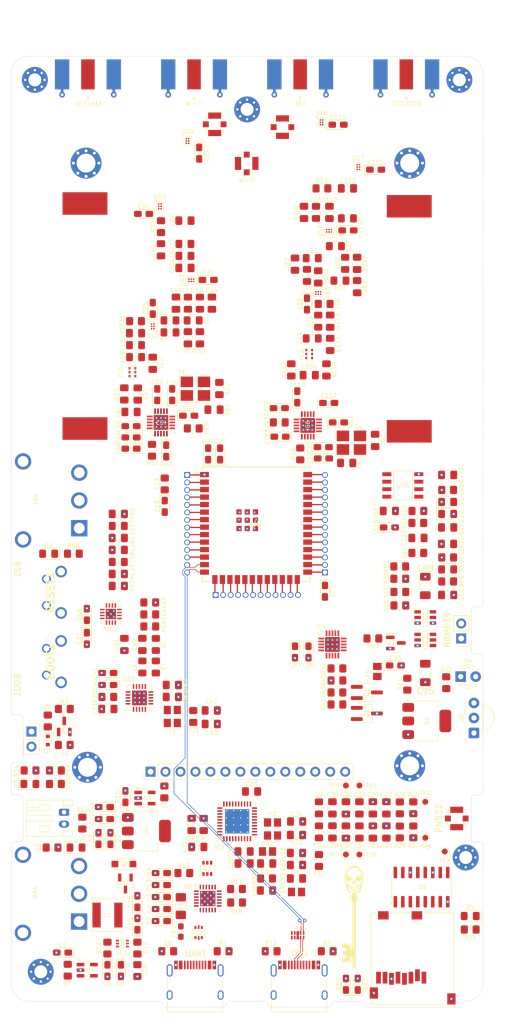
<source format=kicad_pcb>
(kicad_pcb (version 20240108) (generator "pcbnew") (generator_version "8.0")
  (layers (0 "F.Cu" signal) (1 "In1.Cu" power) (2 "In2.Cu" power) (31 "B.Cu" signal) (34 "B.Paste" user) (35 "F.Paste" user) (36 "B.SilkS" user "B.Silkscreen") (37 "F.SilkS" user "F.Silkscreen") (38 "B.Mask" user) (39 "F.Mask" user) (44 "Edge.Cuts" user))
  (net 0 "")
  (net 1 "Net-(AE1-A)")
  (net 2 "Net-(AE2-A)")
  (net 3 "Net-(AE3-A)")
  (net 4 "Net-(AE4-A)")
  (net 5 "Net-(AE5-A)")
  (net 6 "Net-(AE6-A)")
  (net 7 "GND")
  (net 8 "+3V3")
  (net 9 "+5V")
  (net 10 "Net-(U6-REGIN)")
  (net 11 "+V_BAT")
  (net 12 "+3.3VA")
  (net 13 "/IO0")
  (net 14 "/EN{slash}RESET")
  (net 15 "Net-(U10-XC1)")
  (net 16 "Net-(U10-XC2)")
  (net 17 "Net-(U10-DVDD)")
  (net 18 "/NRF24_VDD_PA")
  (net 19 "Net-(J7-In)")
  (net 20 "Net-(PWR_SW1-OUT)")
  (net 21 "+V_BAT_5V")
  (net 22 "Net-(FL1-BAL_1)")
  (net 23 "Net-(FL1-BAL_2)")
  (net 24 "Net-(C82-Pad1)")
  (net 25 "Net-(FL2-BAL_1)")
  (net 26 "Net-(FL2-BAL_2)")
  (net 27 "Net-(IC7-NO_(SOURCE1))")
  (net 28 "Net-(D7-K)")
  (net 29 "+V_USB")
  (net 30 "Net-(D1-K)")
  (net 31 "Net-(D2-K)")
  (net 32 "Net-(D4-K)")
  (net 33 "Net-(D5-K)")
  (net 34 "Net-(D6-A)")
  (net 35 "Net-(D6-K)")
  (net 36 "Net-(F1-Pad1)")
  (net 37 "Net-(FL1-UNBAL)")
  (net 42 "Net-(FL2-UNBAL)")
  (net 43 "/PN532_RSTPD_N")
  (net 44 "/PN532_AUX2")
  (net 45 "/PN532_P33")
  (net 46 "/PN532_AUX1")
  (net 47 "/PN532_P30_UART_RX")
  (net 48 "/PN532_P32")
  (net 49 "/PN532_P31_UART_TX")
  (net 50 "/GPIO48_PN532_CS")
  (net 51 "/PN532_SIGOUT")
  (net 52 "/PN532_SIGIN")
  (net 53 "/PN532_IRQ")
  (net 54 "/PN532_RSTOUT_N")
  (net 55 "/PN532_P35")
  (net 56 "/GPIO40_HSPI_MOSI")
  (net 57 "/GPIO41_HSPI_MISO")
  (net 58 "/GPIO39_HSPI_SCK")
  (net 59 "/PN532_P34_SIC_CLK")
  (net 60 "/GPIO8_CC1101A_CS")
  (net 61 "/GPIO17_VSPI_SCK")
  (net 62 "/GPIO15_VSPI_MISO")
  (net 63 "/GPIO16_VSPI_MOSI")
  (net 64 "/GPIO3_CC1101B_CS")
  (net 65 "/RDM630_SIN")
  (net 66 "/GPIO21_RDM630_RX")
  (net 67 "/GPIO14_RDM630_TX")
  (net 68 "/GPIO13_RDM630_CTRL")
  (net 69 "Net-(IC7-COM)")
  (net 70 "/GPIO18_VIBRO")
  (net 71 "/GPIO4_ADC1_3_BAT%")
  (net 72 "/GPIO5_NRF24_CE")
  (net 73 "/GPIO11_CC1101B_GD0")
  (net 74 "/GPIO10_CC1101A_CTRL")
  (net 75 "/GPIO12_CC1101B_CTRL")
  (net 76 "/GPIO6_NRF24_CSN")
  (net 77 "/GPIO9_CC1101A_GD0")
  (net 78 "/GPIO7_NRF24_IRQ")
  (net 79 "/GPIO1_SCREEN_CS")
  (net 80 "/GPIO35_SCREEN_T_IRQ")
  (net 81 "/GPIO47_RDM630_EMULATION")
  (net 82 "/GPIO42_SD_CARD_CS")
  (net 83 "/GPIO36_SCREEN_T_CS")
  (net 84 "/GPIO2_SCREEN_D{slash}C")
  (net 85 "/GPIO38_IR_LED")
  (net 86 "/GPIO37_IR_RECEIVER")
  (net 87 "Net-(U10-ANT1)")
  (net 88 "Net-(U13-RF2)")
  (net 89 "Net-(U13-RF1)")
  (net 91 "/RTS")
  (net 92 "/DTR")
  (net 93 "Net-(Q5-B)")
  (net 94 "Net-(Q7-B)")
  (net 95 "Net-(U1-PROG)")
  (net 96 "Net-(USB_OTG1-CC2)")
  (net 97 "Net-(USB_UART1-CC2)")
  (net 98 "Net-(USB_OTG1-CC1)")
  (net 99 "Net-(USB_UART1-CC1)")
  (net 100 "Net-(U1-STAT)")
  (net 101 "Net-(U6-~{RST})")
  (net 102 "/RX")
  (net 103 "Net-(U6-TXD)")
  (net 104 "/TX")
  (net 105 "Net-(U6-RXD)")
  (net 106 "Net-(U10-IREF)")
  (net 107 "Net-(U13-RFIN)")
  (net 109 "Net-(U6-D+)")
  (net 110 "Net-(U6-D-)")
  (net 111 "Net-(U2-I{slash}O2-Pad3)")
  (net 112 "Net-(U2-I{slash}O1-Pad1)")
  (net 113 "/D+")
  (net 114 "/D-")
  (net 115 "Net-(U6-VPP)")
  (net 131 "Net-(AE7-A)")
  (net 132 "Net-(AE8-A)")
  (net 133 "Net-(IC1-VIN)")
  (net 134 "Net-(IC2-DCOUPL)")
  (net 135 "Net-(IC2-XOSC_Q1)")
  (net 136 "Net-(IC2-XOSC_Q2)")
  (net 137 "Net-(C28-Pad1)")
  (net 138 "Net-(C29-Pad2)")
  (net 139 "Net-(C33-Pad2)")
  (net 140 "Net-(C34-Pad1)")
  (net 141 "Net-(C45-Pad1)")
  (net 142 "Net-(C46-Pad1)")
  (net 143 "Net-(U12-TXRX)")
  (net 144 "Net-(C49-Pad1)")
  (net 145 "Net-(IC3-TVDD)")
  (net 146 "Net-(IC3-AVDD)")
  (net 147 "Net-(C53-Pad1)")
  (net 148 "Net-(C57-Pad1)")
  (net 149 "Net-(IC3-RX)")
  (net 150 "Net-(IC3-VMID)")
  (net 151 "Net-(IC2-RF_P)")
  (net 152 "Net-(IC2-RF_N)")
  (net 153 "Net-(U12-ANT)")
  (net 154 "Net-(C71-Pad1)")
  (net 155 "Net-(IC3-OSCIN)")
  (net 156 "Net-(IC3-SVDD)")
  (net 157 "Net-(IC3-OSCOUT)")
  (net 158 "Net-(C77-Pad1)")
  (net 159 "Net-(C78-Pad1)")
  (net 160 "Net-(IC6-DCOUPL)")
  (net 161 "Net-(IC6-XOSC_Q1)")
  (net 162 "Net-(IC6-XOSC_Q2)")
  (net 163 "Net-(Q5-C)")
  (net 164 "Net-(IC5-NC_(SOURCE2))")
  (net 165 "Net-(C96-Pad1)")
  (net 166 "Net-(IC6-RF_P)")
  (net 167 "Net-(IC6-RF_N)")
  (net 168 "Net-(C113-Pad1)")
  (net 169 "Net-(D1-A)")
  (net 170 "Net-(D3-K)")
  (net 171 "Net-(D5-A)")
  (net 172 "Net-(IC1-FB)")
  (net 173 "Net-(IC1-EN)")
  (net 174 "Net-(IC1-SW)")
  (net 176 "Net-(IC2-RBIAS)")
  (net 177 "Net-(IC2-GDO0_(ATEST))")
  (net 178 "Net-(IC3-TX2)")
  (net 181 "Net-(IC3-TX1)")
  (net 185 "Net-(IC4-P0.0)")
  (net 189 "Net-(IC4-P1.2)")
  (net 199 "Net-(IC5-NO_(SOURCE1))")
  (net 200 "Net-(IC5-COM)")
  (net 201 "Net-(IC6-RBIAS)")
  (net 202 "Net-(IC6-GDO0_(ATEST))")
  (net 204 "Net-(J3-CLK)")
  (net 206 "Net-(J3-CMD)")
  (net 208 "Net-(J3-CD{slash}DAT3)")
  (net 211 "Net-(J5-In)")
  (net 212 "Net-(J5-Ext)")
  (net 213 "Net-(L2-Pad1)")
  (net 214 "Net-(U11-RF2)")
  (net 215 "Net-(U11-RF1)")
  (net 216 "Net-(U14-RF2)")
  (net 217 "Net-(U14-RF1)")
  (net 218 "Net-(Q2-G)")
  (net 219 "Net-(Q4-B)")
  (net 220 "Net-(Q4-C-Pad2)")
  (net 221 "Net-(U3-EN)")
  (net 222 "Net-(U12-TXEN)")
  (net 223 "Net-(U12-RXEN)")
  (net 224 "Net-(U11-RFIN)")
  (net 225 "Net-(U14-RFIN)")
  (net 237 "/ANT_SWITCH_OUT")
  (net 238 "/NRF24_ANT_OUT")
  (net 239 "/CC1101A_ANT_OUT")
  (net 240 "Net-(C97-Pad1)")
  (net 241 "Net-(C100-Pad1)")
  (net 242 "Net-(U16-RF1)")
  (net 243 "Net-(C116-Pad1)")
  (net 244 "Net-(U16-RFIN)")
  (net 245 "Net-(C120-Pad2)")
  (net 246 "Net-(C120-Pad1)")
  (net 247 "Net-(C121-Pad1)")
  (net 248 "/CC1101B_ANT_OUT")
  (net 249 "Net-(U16-RF2)")
  (net 250 "Net-(U19A--)")
  (net 251 "Net-(U19B-+)")
  (net 252 "Net-(U19B--)")
  (net 253 "/ESP32_PIN16_DNC")
  (net 254 "/ESP32_PIN26_DNC")
  (net 255 "Net-(D9-K)")
  (footprint "Inductor_SMD:L_0805_2012Metric_Pad1.15x1.40mm_HandSolder" (layer "F.Cu") (at 65.786 102.108 180)
    (property "Reference" "L15")
    (property "Value" "2.4n")
  )
  (footprint "Package_TO_SOT_SMD:SOT-23-5" (layer "F.Cu") (at 60.5105 177.321)
    (property "Reference" "U3")
    (property "Value" "TLV70036_SOT23-5")
  )
  (footprint "Capacitor_Tantalum_SMD:CP_EIA-2012-12_Kemet-R_Pad1.30x1.05mm_HandSolder" (layer "F.Cu") (at 103.124 84.582)
    (property "Reference" "C91")
    (property "Value" "0.1u")
  )
  (footprint "Resistor_SMD:R_0805_2012Metric_Pad1.20x1.40mm_HandSolder" (layer "F.Cu") (at 115.824 149.828 -90)
    (property "Reference" "R26")
    (property "Value" "NC")
  )
  (footprint "Package_TO_SOT_SMD:SOT-666" (layer "F.Cu") (at 79.4095 170.949 90)
    (property "Reference" "U2")
    (property "Value" "USBLC6-2P6")
  )
  (footprint "Capacitor_SMD:C_0805_2012Metric_Pad1.18x1.45mm_HandSolder" (layer "F.Cu") (at 73.025 55.3505 -90)
    (property "Reference" "C82")
    (property "Value" "~")
  )
  (footprint "Resistor_SMD:R_0805_2012Metric_Pad1.20x1.40mm_HandSolder" (layer "F.Cu") (at 90.932 161.798)
    (property "Reference" "R36")
    (property "Value" "1K")
  )
  (footprint "Resistor_SMD:R_0805_2012Metric_Pad1.20x1.40mm_HandSolder" (layer "F.Cu") (at 55.118 143.51 180)
    (property "Reference" "R16")
    (property "Value" "10K")
  )
  (footprint "Package_LGA:Infineon_PG-TSNP-6-10_0.7x1.1mm_0.7x1.1mm_P0.4mm" (layer "F.Cu") (at 78.1655 60.5185 90)
    (property "Reference" "U13")
    (property "Value" "BGS12WN6E6327XTSA1")
  )
  (footprint "Capacitor_Tantalum_SMD:CP_EIA-2012-12_Kemet-R_Pad1.30x1.05mm_HandSolder" (layer "F.Cu") (at 81.026 60.452)
    (property "Reference" "C72")
    (property "Value" "0.1u")
  )
  (footprint "Package_TO_SOT_SMD:TSOT-23_HandSoldering" (layer "F.Cu") (at 107.95 130.302)
    (property "Reference" "Q5")
    (property "Value" "Q_NPN_BEC")
  )
  (footprint "Capacitor_Tantalum_SMD:CP_EIA-2012-12_Kemet-R_Pad1.30x1.05mm_HandSolder" (layer "F.Cu") (at 95.758 123.444 -90)
    (property "Reference" "C85")
    (property "Value" "0.1u")
  )
  (footprint "Capacitor_Tantalum_SMD:CP_EIA-2012-12_Kemet-R_Pad1.30x1.05mm_HandSolder" (layer "F.Cu") (at 79.502 38.989 -90)
    (property "Reference" "C122")
    (property "Value" "0.1u")
  )
  (footprint "Project_Footprints:118250272" (layer "F.Cu") (at 53.594 122.841 -90)
    (property "Reference" "BOOT1")
    (property "Value" "1-1825027-2" (hide yes))
  )
  (footprint "Package_TO_SOT_SMD:SOT-223-3_TabPin2" (layer "F.Cu") (at 70.549 153.765)
    (property "Reference" "U4")
    (property "Value" "AMS1117-3.3")
  )
  (footprint "Package_DFN_QFN:Diodes_UDFN-10_1.0x2.5mm_P0.5mm" (layer "F.Cu") (at 96.219 171.4115 -90)
    (property "Reference" "U7")
    (property "Value" "ESD7104MUTAG")
  )
  (footprint "Package_TO_SOT_SMD:SOT-23-5" (layer "F.Cu") (at 70.295 148.177)
    (property "Reference" "U1")
    (property "Value" "MCP73831-2-OT")
  )
  (footprint "Resistor_SMD:R_0805_2012Metric_Pad1.20x1.40mm_HandSolder" (layer "F.Cu") (at 113.522 111.052)
    (property "Reference" "R58")
    (property "Value" "1k")
  )
  (footprint "Capacitor_Tantalum_SMD:CP_EIA-2012-12_Kemet-R_Pad1.30x1.05mm_HandSolder" (layer "F.Cu") (at 100.838 113.157 -90)
    (property "Reference" "C20")
    (property "Value" "0.1u")
  )
  (footprint "Resistor_SMD:R_0805_2012Metric_Pad1.20x1.40mm_HandSolder" (layer "F.Cu") (at 63.945 173.577 -90)
    (property "Reference" "R12")
    (property "Value" "100k")
  )
  (footprint "LED_SMD:LED_0805_2012Metric_Pad1.15x1.40mm_HandSolder" (layer "F.Cu") (at 50.791 145.796)
    (property "Reference" "D3")
    (property "Value" "Power_LED")
  )
  (footprint "Resistor_SMD:R_0805_2012Metric_Pad1.20x1.40mm_HandSolder" (layer "F.Cu") (at 102.87 132.334)
    (property "Reference" "R41")
    (property "Value" "1k")
  )
  (footprint "Capacitor_SMD:C_0805_2012Metric_Pad1.18x1.45mm_HandSolder" (layer "F.Cu") (at 108.966 149.844 90)
    (property "Reference" "C30")
    (property "Value" "100p")
  )
  (footprint "Resistor_SMD:R_0805_2012Metric_Pad1.20x1.40mm_HandSolder" (layer "F.Cu") (at 102.87 128.27 180)
    (property "Reference" "R45")
    (property "Value" "1k")
  )
  (footprint "Capacitor_SMD:C_0805_2012Metric_Pad1.18x1.45mm_HandSolder" (layer "F.Cu") (at 116.6075 104.14)
    (property "Reference" "C120")
    (property "Value" "4.7u")
  )
  (footprint "Resistor_SMD:R_0805_2012Metric_Pad1.20x1.40mm_HandSolder" (layer "F.Cu") (at 68.707 67.437 180)
    (property "Reference" "R38")
    (property "Value" "0")
  )
  (footprint "Capacitor_SMD:C_0805_2012Metric_Pad1.18x1.45mm_HandSolder" (layer "F.Cu") (at 75.565 64.389 90)
    (property "Reference" "C46")
    (property "Value" "8.2p")
  )
  (footprint "TestPoint:TestPoint_Pad_D1.0mm" (layer "F.Cu") (at 104.394 146.0555)
    (property "Reference" "TP5")
    (property "Value" "TGND")
  )
  (footprint "Capacitor_SMD:C_0805_2012Metric_Pad1.18x1.45mm_HandSolder" (layer "F.Cu") (at 121.6285 105.156 180)
    (property "Reference" "C102")
    (property "Value" "1n")
  )
  (footprint "Capacitor_Tantalum_SMD:CP_EIA-2012-12_Kemet-R_Pad1.30x1.05mm_HandSolder" (layer "F.Cu") (at 103.06 34.176)
    (property "Reference" "C111")
    (property "Value" "0.1u")
  )
  (footprint "Resistor_SMD:R_0805_2012Metric_Pad1.20x1.40mm_HandSolder" (layer "F.Cu") (at 54.547 156.559)
    (property "Reference" "R2")
    (property "Value" "10K")
  )
  (footprint "Capacitor_SMD:C_0805_2012Metric_Pad1.18x1.45mm_HandSolder" (layer "F.Cu") (at 69.088 79.7775 90)
    (property "Reference" "C63")
    (property "Value" "100p")
  )
  (footprint "TestPoint:TestPoint_Pad_D1.0mm" (layer "F.Cu") (at 104.394 157.7395)
    (property "Reference" "TP7")
    (property "Value" "RX")
  )
  (footprint "Diode_SMD:D_SOD-523" (layer "F.Cu") (at 53.823 138.43 -90)
    (property "Reference" "D1")
    (property "Value" "1N4148WT")
  )
  (footprint "Crystal:Crystal_SMD_3225-4Pin_3.2x2.5mm_HandSoldering" (layer "F.Cu") (at 105.336 88.018)
    (property "Reference" "Y4")
    (property "Value" "26MHz")
  )
  (footprint "Capacitor_Tantalum_SMD:CP_EIA-2012-12_Kemet-R_Pad1.30x1.05mm_HandSolder" (layer "F.Cu") (at 111.76 102.362)
    (property "Reference" "C119")
    (property "Value" "10u")
  )
  (footprint "Inductor_SMD:L_0805_2012Metric_Pad1.15x1.40mm_HandSolder" (layer "F.Cu") (at 77.597 64.389 90)
    (property "Reference" "L11")
    (property "Value" "56n")
  )
  (footprint "Package_LGA:Infineon_PG-TSNP-6-10_0.7x1.1mm_0.7x1.1mm_P0.4mm" (layer "F.Cu") (at 100.257 33.782)
    (property "Reference" "U18")
    (property "Value" "BGS12WN6E6327XTSA1")
  )
  (footprint "Resistor_SMD:R_0805_2012Metric_Pad1.20x1.40mm_HandSolder" (layer "F.Cu") (at 102.87 126.238)
    (property "Reference" "R44")
    (property "Value" "1k")
  )
  (footprint "Capacitor_SMD:C_0805_2012Metric_Pad1.18x1.45mm_HandSolder" (layer "F.Cu") (at 108.966 153.924 -90)
    (property "Reference" "C31")
    (property "Value" "100p")
  )
  (footprint "Capacitor_SMD:C_1206_3216Metric_Pad1.33x1.80mm_HandSolder" (layer "F.Cu") (at 117.856 127 -90)
    (property "Reference" "C95")
    (property "Value" "3.3n")
  )
  (footprint "MountingHole:MountingHole_2.2mm_M2_Pad_Via" (layer "F.Cu") (at 124.714 158.242)
    (property "Reference" "H2" (hide yes))
    (property "Value" "Hole_Pad")
  )
  (footprint "Capacitor_Tantalum_SMD:CP_EIA-2012-12_Kemet-R_Pad1.30x1.05mm_HandSolder" (layer "F.Cu") (at 67.945 85.217 180)
    (property "Reference" "C70")
    (property "Value" "0.1u")
  )
  (footprint "Capacitor_Tantalum_SMD:CP_EIA-2012-12_Kemet-R_Pad1.30x1.05mm_HandSolder" (layer "F.Cu") (at 63.945 177.387 -90)
    (property "Reference" "C5")
    (property "Value" "1u")
  )
  (footprint "Resistor_SMD:R_0805_2012Metric_Pad1.20x1.40mm_HandSolder" (layer "F.Cu") (at 55.118 145.796)
    (property "Reference" "R15")
    (property "Value" "10K")
  )
  (footprint "Inductor_SMD:L_0805_2012Metric_Pad1.15x1.40mm_HandSolder" (layer "F.Cu") (at 97.79 59.69 90)
    (property "Reference" "L19")
    (property "Value" "0")
  )
  (footprint "Resistor_SMD:R_0805_2012Metric_Pad1.20x1.40mm_HandSolder" (layer "F.Cu") (at 113.538 113.284 180)
    (property "Reference" "R55")
    (property "Value" "1k")
  )
  (footprint "Capacitor_SMD:C_0805_2012Metric_Pad1.18x1.45mm_HandSolder" (layer "F.Cu") (at 101.727 71.374 -90)
    (property "Reference" "C113")
    (property "Value" "~")
  )
  (footprint "Project_Footprints:SOT95P284X110-6N" (layer "F.Cu") (at 117.856 117.602)
    (property "Reference" "IC7")
    (property "Value" "DG2001EDV-T1-GE3" (hide yes))
  )
  (footprint "Resistor_SMD:R_0805_2012Metric_Pad1.20x1.40mm_HandSolder" (layer "F.Cu") (at 100.711 64.516)
    (property "Reference" "R51")
    (property "Value" "0")
  )
  (footprint "Connector_Coaxial:SMA_Molex_73251-1153_EdgeMount_Horizontal" (layer "F.Cu") (at 78.635 27.377 -90)
    (property "Reference" "AE7" (hide yes))
    (property "Value" "Antenna_Wi-Fi_SMA")
  )
  (footprint "Resistor_SMD:R_0805_2012Metric_Pad1.20x1.40mm_HandSolder" (layer "F.Cu") (at 116.586 106.68)
    (property "Reference" "R54")
    (property "Value" "1k")
  )
  (footprint "Capacitor_Tantalum_SMD:CP_EIA-2012-12_Kemet-R_Pad1.30x1.05mm_HandSolder" (layer "F.Cu") (at 63.437 149.701 180)
    (property "Reference" "C11")
    (property "Value" "10u")
  )
  (footprint "Capacitor_SMD:C_0805_2012Metric_Pad1.18x1.45mm_HandSolder" (layer "F.Cu") (at 102.108 153.908 -90)
    (property "Reference" "C38")
    (property "Value" "NC")
  )
  (footprint "Capacitor_SMD:C_0805_2012Metric_Pad1.18x1.45mm_HandSolder" (layer "F.Cu") (at 102.108 149.844 90)
    (property "Reference" "C35")
    (property "Value" "NC")
  )
  (footprint "Capacitor_SMD:C_0805_2012Metric_Pad1.18x1.45mm_HandSolder" (layer "F.Cu") (at 81.55 133.35)
    (property "Reference" "C42")
    (property "Value" "22p")
  )
  (footprint "Resistor_SMD:R_0805_2012Metric_Pad1.20x1.40mm_HandSolder" (layer "F.Cu") (at 93.091 84.582 180)
    (property "Reference" "R47")
    (property "Value" "56K")
  )
  (footprint "Capacitor_Tantalum_SMD:CP_EIA-2012-12_Kemet-R_Pad1.30x1.05mm_HandSolder" (layer "F.Cu") (at 60.452 117.094 90)
    (property "Reference" "C64")
    (property "Value" "10u")
  )
  (footprint "Resistor_SMD:R_0805_2012Metric_Pad1.20x1.40mm_HandSolder" (layer "F.Cu") (at 114.808 128.897 90)
    (property "Reference" "R21")
    (property "Value" "330")
  )
  (footprint "Inductor_SMD:L_0805_2012Metric_Pad1.15x1.40mm_HandSolder" (layer "F.Cu") (at 99.822 153.908 90)
    (property "Reference" "L10")
    (property "Value" "560n")
  )
  (footprint "Resistor_SMD:R_0805_2012Metric_Pad1.20x1.40mm_HandSolder" (layer "F.Cu") (at 121.65 111.506)
    (property "Reference" "R46")
    (property "Value" "10R")
  )
  (footprint "Project_Footprints:118250272" (layer "F.Cu") (at 53.594 111.086 -90)
    (property "Reference" "RESET1")
    (property "Value" "1-1825027-2" (hide yes))
  )
  (footprint "MountingHole:MountingHole_2.2mm_M2_Pad_Via" (layer "F.Cu") (at 52.635 177.587)
    (property "Reference" "H1" (hide yes))
    (property "Value" "Hole_Pad")
  )
  (footprint "Diode_SMD:D_0805_2012Metric_Pad1.15x1.40mm_HandSolder" (layer "F.Cu") (at 121.65 100.076)
    (property "Reference" "D7")
    (property "Value" "D")
  )
  (footprint "Resistor_SMD:R_0805_2012Metric_Pad1.20x1.40mm_HandSolder" (layer "F.Cu") (at 73.597 147.145 90)
    (property "Reference" "R1")
    (property "Value" "4.7K")
  )
  (footprint "Package_DFN_QFN:QFN-20-1EP_4x4mm_P0.5mm_EP2.5x2.5mm" (layer "F.Cu") (at 69.374 131.2235 90)
    (property "Reference" "U10")
    (property "Value" "nRF24L01P")
  )
  (footprint "Capacitor_Tantalum_SMD:CP_EIA-2012-12_Kemet-R_Pad1.30x1.05mm_HandSolder" (layer "F.Cu") (at 73.089 162.909 180)
    (property "Reference" "C13")
    (property "Value" "22u")
  )
  (footprint "Resistor_SMD:R_0805_2012Metric_Pad1.20x1.40mm_HandSolder" (layer "F.Cu") (at 78.502 85.598)
    (property "Reference" "R30")
    (property "Value" "330")
  )
  (footprint "Capacitor_SMD:C_0805_2012Metric_Pad1.18x1.45mm_HandSolder" (layer "F.Cu") (at 77.089 58.42)
    (property "Reference" "C80")
    (property "Value" "~")
  )
  (footprint "Diode_SMD:D_0805_2012Metric_Pad1.15x1.40mm_HandSolder" (layer "F.Cu") (at 121.65 98.044)
    (property "Reference" "D8")
    (property "Value" "D")
  )
  (footprint "Project_Footprints:XDCR_ANT-433-HESM" (layer "F.Cu") (at 60.135 66.567 90)
    (property "Reference" "AE2" (hide yes))
    (property "Value" "Antenna_CC1101A_PCB")
  )
  (footprint "Project_Footprints:GCT_MEM2061-01-188-00-A_REVA" (layer "F.Cu") (at 115.685 175.362)
    (property "Reference" "J3" (hide yes))
    (property "Value" "MEM2061-01-188-00-A_REVA")
  )
  (footprint "LED_SMD:LED_0805_2012Metric_Pad1.15x1.40mm_HandSolder" (layer "F.Cu") (at 58.611 156.559)
    (property "Reference" "D2")
    (property "Value" "Charging_LED")
  )
  (footprint "Resistor_SMD:R_0805_2012Metric_Pad1.20x1.40mm_HandSolder" (layer "F.Cu") (at 113.538 153.924 90)
    (property "Reference" "R29")
    (property "Value" "1.5")
  )
  (footprint "Resistor_SMD:R_0805_2012Metric_Pad1.20x1.40mm_HandSolder" (layer "F.Cu") (at 64.008 131.064 180)
    (property "Reference" "R25")
    (property "Value" "22k")
  )
  (footprint "MountingHole:MountingHole_2.2mm_M2_Pad_Via" (layer "F.Cu") (at 51.635 26.587)
    (property "Reference" "H3" (hide yes))
    (property "Value" "Hole_Pad")
  )
  (footprint "Connector_Coaxial:SMA_Molex_73251-1153_EdgeMount_Horizontal" (layer "F.Cu") (at 96.635 27.377 -90)
    (property "Reference" "AE5" (hide yes))
    (property "Value" "Antenna_NRF24_SMA")
  )
  (footprint "Capacitor_SMD:C_0805_2012Metric_Pad1.18x1.45mm_HandSolder" (layer "F.Cu") (at 106.68 149.844 90)
    (property "Reference" "C33")
    (property "Value" "22p")
  )
  (footprint "LED_THT:LED_D3.0mm_IRBlack" (layer "F.Cu") (at 123.86 127.62)
    (property "Reference" "D4")
    (property "Value" "IR204A")
  )
  (footprint "TestPoint:TestPoint_Pad_D1.0mm" (layer "F.Cu") (at 117.856 148.812)
    (property "Reference" "TP1")
    (property "Value" "TX1_PRE")
  )
  (footprint "Capacitor_SMD:C_0805_2012Metric_Pad1.18x1.45mm_HandSolder" (layer "F.Cu") (at 95.758 57.785 -90)
    (property "Reference" "C97")
    (property "Value" "8.2p")
  )
  (footprint "Resistor_SMD:R_0805_2012Metric_Pad1.20x1.40mm_HandSolder" (layer "F.Cu") (at 108.966 121.158)
    (property "Reference" "R43")
    (property "Value" "10K")
  )
  (footprint "Capacitor_Tantalum_SMD:CP_EIA-2012-12_Kemet-R_Pad1.30x1.05mm_HandSolder" (layer "F.Cu") (at 73.089 169.005 180)
    (property "Reference" "C7")
    (property "Value" "4u7")
  )
  (footprint "Capacitor_SMD:C_0805_2012Metric_Pad1.18x1.45mm_HandSolder" (layer "F.Cu") (at 106.299 57.658 -90)
    (property "Reference" "C100")
    (property "Value" "~")
  )
  (footprint "OptoDevice:Vishay_MINICAST-3Pin" (layer "F.Cu") (at 126.11 137.16 90)
    (property "Reference" "U5")
    (property "Value" "TSOP382xx")
  )
  (footprint "Capacitor_Tantalum_SMD:CP_EIA-2012-12_Kemet-R_Pad1.30x1.05mm_HandSolder" (layer "F.Cu") (at 73.914 89.408 -90)
    (property "Reference" "C60")
    (property "Value" "0.1u")
  )
  (footprint "Capacitor_SMD:C_0805_2012Metric_Pad1.18x1.45mm_HandSolder" (layer "F.Cu") (at 96.012 154.432 180)
    (property "Reference" "C73")
    (property "Value" "33p")
  )
  (footprint "Capacitor_SMD:C_0805_2012Metric_Pad1.18x1.45mm_HandSolder" (layer "F.Cu") (at 121.65 113.792)
    (property "Reference" "C99")
    (property "Value" "~")
  )
  (footprint "Capacitor_SMD:C_0805_2012Metric_Pad1.18x1.45mm_HandSolder" (layer "F.Cu") (at 121.65 102.362 180)
    (property "Reference" "C106")
    (property "Value" "4.7u")
  )
  (footprint "Capacitor_Tantalum_SMD:CP_EIA-2012-12_Kemet-R_Pad1.30x1.05mm_HandSolder" (layer "F.Cu") (at 64.008 127 180)
    (property "Reference" "C41")
    (property "Value" "10u")
  )
  (footprint "Crystal:Crystal_SMD_3225-4Pin_3.2x2.5mm_HandSoldering" (layer "F.Cu") (at 78.867 78.867)
    (property "Reference" "Y1")
    (property "Value" "26MHz")
  )
  (footprint "Capacitor_SMD:C_0805_2012Metric_Pad1.18x1.45mm_HandSolder" (layer "F.Cu") (at 109.347 87.63 -90)
    (property "Reference" "C90")
    (property "Value" "9p")
  )
  (footprint "Inductor_SMD:L_0805_2012Metric_Pad1.15x1.40mm_HandSolder" (layer "F.Cu") (at 99.314 49.022 90)
    (property "Reference" "L26")
    (property "Value" "2.2n")
  )
  (footprint "Capacitor_SMD:C_0805_2012Metric_Pad1.18x1.45mm_HandSolder" (layer "F.Cu") (at 111.252 153.924 -90)
    (property "Reference" "C29")
    (property "Value" "NC")
  )
  (footprint "Capacitor_Tantalum_SMD:CP_EIA-2012-12_Kemet-R_Pad1.30x1.05mm_HandSolder" (layer "F.Cu") (at 70.0825 49.276 180)
    (property "Reference" "C94")
    (property "Value" "0.1u")
  )
  (footprint "Inductor_SMD:L_0805_2012Metric_Pad1.15x1.40mm_HandSolder" (layer "F.Cu") (at 72.152 125.984 -90)
    (property "Reference" "L2")
    (property "Value" "8.2n")
  )
  (footprint "Package_TO_SOT_SMD:SOT-23" (layer "F.Cu") (at 112.8545 121.92)
    (property "Reference" "Q7")
    (property "Value" "MMBT5551L")
  )
  (footprint "Capacitor_Tantalum_SMD:CP_EIA-2012-12_Kemet-R_Pad1.30x1.05mm_HandSolder" (layer "F.Cu") (at 66.993 147.9445 90)
    (property "Reference" "C10")
    (property "Value" "100n")
  )
  (footprint "Capacitor_SMD:C_0805_2012Metric_Pad1.18x1.45mm_HandSolder" (layer "F.Cu") (at 90.9535 159.258 180)
    (property "Reference" "C44")
    (property "Value" "0.1u")
  )
  (footprint "Capacitor_Tantalum_SMD:CP_EIA-2012-12_Kemet-R_Pad1.30x1.05mm_HandSolder" (layer "F.Cu") (at 96.139 80.264 90)
    (property "Reference" "C110")
    (property "Value" "0.1u")
  )
  (footprint "Inductor_SMD:L_0805_2012Metric_Pad1.15x1.40mm_HandSolder" (layer "F.Cu") (at 104.267 57.658 90)
    (property "Reference" "L20")
    (property "Value" "0")
  )
  (footprint "Inductor_SMD:L_0805_2012Metric_Pad1.15x1.40mm_HandSolder" (layer "F.Cu") (at 78.486 67.31)
    (property "Reference" "L7")
    (property "Value" "0")
  )
  (footprint "Project_Footprints:ESP32-S3-WROOM-1U_EXP" (layer "F.Cu") (at 89.159 101.825)
    (property "Reference" "U9")
    (property "Value" "ESP32-S3-WROOM-1U-N16R2")
  )
  (footprint "Resistor_SMD:R_0805_2012Metric_Pad1.20x1.40mm_HandSolder" (layer "F.Cu") (at 50.816 143.51)
    (property "Reference" "R14")
    (property "Value" "1.5K")
  )
  (footprint "Project_Footprints:SOTFL50P160X60-6N" (layer "F.Cu") (at 66.485 172.815)
    (property "Reference" "IC1")
    (property "Value" "TPS61023DRLT" (hide yes))
  )
  (footprint "Package_SO:SOIC-16_3.9x9.9mm_P1.27mm" (layer "F.Cu") (at 117.221 163.257 90)
    (property "Reference" "U8")
    (property "Value" "4050")
  )
  (footprint "Capacitor_SMD:C_0805_2012Metric_Pad1.18x1.45mm_HandSolder" (layer "F.Cu") (at 111.76 99.568)
    (property "Reference" "C117")
    (property "Value" "100n")
  )
  (footprint "Connector_PinSocket_1.27mm:PinSocket_1x12_P1.27mm_Vertical" (layer "F.Cu") (at 82.296 113.792 90)
    (property "Reference" "J9" (hide yes))
    (property "Value" "Conn_01x12")
  )
  (footprint "Capacitor_SMD:C_0805_2012Metric_Pad1.18x1.45mm_HandSolder" (layer "F.Cu") (at 111.252 149.844 90)
    (property "Reference" "C28")
    (property "Value" "NC")
  )
  (footprint "Resistor_SMD:R_0805_2012Metric_Pad1.20x1.40mm_HandSolder" (layer "F.Cu") (at 69.025 173.577 -90)
    (property "Reference" "R19")
    (property "Value" "732k")
  )
  (footprint "Capacitor_Tantalum_SMD:CP_EIA-2012-12_Kemet-R_Pad1.30x1.05mm_HandSolder" (layer "F.Cu") (at 93.091 82.169 180)
    (property "Reference" "C109")
    (property "Value" "0.1u")
  )
  (footprint "Inductor_SMD:L_0805_2012Metric_Pad1.15x1.40mm_HandSolder" (layer "F.Cu") (at 79.629 64.389 90)
    (property "Reference" "L8")
    (property "Value" "2.7n")
  )
  (footprint "Capacitor_SMD:C_0805_2012Metric_Pad1.18x1.45mm_HandSolder" (layer "F.Cu") (at 65.786 104.14 180)
    (property "Reference" "C79")
    (property "Value" "1.5p")
  )
  (footprint "Package_TO_SOT_SMD:TSOT-23_HandSoldering" (layer "F.Cu") (at 107.95 133.858)
    (property "Reference" "Q6")
    (property "Value" "Q_PNP_BEC")
  )
  (footprint "Fuse:Fuse_1206_3216Metric_Pad1.42x1.75mm_HandSolder" (layer "F.Cu") (at 76.391 166.465 90)
    (property "Reference" "F1")
    (property "Value" "Polyfuse 1A")
  )
  (footprint "Project_Footprints:QFN50P400X400X100-21N-D" (layer "F.Cu") (at 97.917 85.09 90)
    (property "Reference" "IC6")
    (property "Value" "CC1101RGPR" (hide yes))
  )
  (footprint "Resistor_SMD:R_0805_2012Metric_Pad1.20x1.40mm_HandSolder" (layer "F.Cu") (at 116.586 101.6 180)
    (property "Reference" "R52")
    (property "Value" "1M")
  )
  (footprint "Capacitor_Tantalum_SMD:CP_EIA-2012-12_Kemet-R_Pad1.30x1.05mm_HandSolder" (layer "F.Cu") (at 81.026 89.916 90)
    (property "Reference" "C22")
    (property "Value" "10u")
  )
  (footprint "Capacitor_Tantalum_SMD:CP_EIA-2012-12_Kemet-R_Pad1.30x1.05mm_HandSolder" (layer "F.Cu") (at 100.543 88.773)
    (property "Reference" "C87")
    (property "Value" "0.1u")
  )
  (footprint "Inductor_SMD:L_0805_2012Metric_Pad1.15x1.40mm_HandSolder" (layer "F.Cu") (at 65.786 108.204)
    (property "Reference" "L14")
    (property "Value" "2.4n")
  )
  (footprint "Capacitor_Tantalum_SMD:CP_EIA-2012-12_Kemet-R_Pad1.30x1.05mm_HandSolder" (layer "F.Cu") (at 71.628 65.278 90)
    (property "Reference" "C25")
    (property "Value" "0.1u")
  )
  (footprint "Connector_Coaxial:U.FL_Molex_MCRF_73412-0110_Vertical" (layer "F.Cu") (at 82.135 34.112 -90)
    (property "Reference" "AE8" (hide yes))
    (property "Value" "Antenna_Wi-Fi_TBAR")
  )
  (footprint "Inductor_SMD:L_0805_2012Metric_Pad1.15x1.40mm_HandSolder" (layer "F.Cu") (at 99.695 67.437 90)
    (property "Reference" "L24")
    (property "Value" "6.8n")
  )
  (footprint "Capacitor_SMD:C_0805_2012Metric_Pad1.18x1.45mm_HandSolder" (layer "F.Cu") (at 65.786 100.076)
    (property "Reference" "C81")
    (property "Value" "1.5p")
  )
  (footprint "Resistor_SMD:R_0805_2012Metric_Pad1.20x1.40mm_HandSolder" (layer "F.Cu") (at 121.412 128.643 -90)
    (property "Reference" "R22")
    (property "Value" "50")
  )
  (footprint "Capacitor_SMD:C_0805_2012Metric_Pad1.18x1.45mm_HandSolder" (layer "F.Cu") (at 80.264 152.654 90)
    (property "Reference" "C65")
    (property "Value" "0.1u")
  )
  (footprint "Project_Footprints:RFX2401C_SKY" (layer "F.Cu") (at 64.527999 117.0178 90)
    (property "Reference" "U12")
    (property "Value" "RFX2401C")
  )
  (footprint "Capacitor_SMD:C_0805_2012Metric_Pad1.18x1.45mm_HandSolder" (layer "F.Cu") (at 65.786 112.268)
    (property "Reference" "C69")
    (property "Value" "0.3p")
  )
  (footprint "Capacitor_Tantalum_SMD:CP_EIA-2012-12_Kemet-R_Pad1.30x1.05mm_HandSolder" (layer "F.Cu") (at 73.66 98.7845 -90)
    (property "Reference" "C19")
    (property "Value" "0.1u")
  )
  (footprint "Capacitor_SMD:C_0805_2012Metric_Pad1.18x1.45mm_HandSolder" (layer "F.Cu") (at 79.629 70.2525 -90)
    (property "Reference" "C53")
    (property "Value" "~")
  )
  (footprint "Resistor_SMD:R_0805_2012Metric_Pad1.20x1.40mm_HandSolder" (layer "F.Cu") (at 101.219 174.117)
    (property "Reference" "R9")
    (property "Value" "5k1")
  )
  (footprint "TestPoint:TestPoint_Pad_D1.0mm" (layer "F.Cu") (at 106.68 146.0555)
    (property "Reference" "TP4")
    (property "Value" "TX1_POST")
  )
  (footprint "Inductor_SMD:L_0603_1608Metric_Pad1.05x0.95mm_HandSolder" (layer "F.Cu") (at 76.391 170.783 90)
    (property "Reference" "FB1")
    (property "Value" "BLM21PG221")
  )
  (footprint "Capacitor_SMD:C_0805_2012Metric_Pad1.18x1.45mm_HandSolder" (layer "F.Cu") (at 106.299 61.595 -90)
    (property "Reference" "C96")
    (property "Value" "~")
  )
  (footprint "Ferrite:BEADC2012X145N" (layer "F.Cu") (at 96.012 164.084 180)
    (property "Reference" "FB3")
    (property "Value" "FerriteBead_Small" (hide yes))
  )
  (footprint "Resistor_SMD:R_0805_2012Metric_Pad1.20x1.40mm_HandSolder" (layer "F.Cu") (at 53.823 135.128 -90)
    (property "Reference" "R6")
    (property "Value" "22")
  )
  (footprint "Resistor_SMD:R_0805_2012Metric_Pad1.20x1.40mm_HandSolder" (layer "F.Cu") (at 121.65 96.012 180)
    (property "Reference" "R49")
    (property "Value" "1M")
  )
  (footprint "Connector_Coaxial:U.FL_Molex_MCRF_73412-0110_Vertical" (layer "F.Cu") (at 93.635 34.587 90)
    (property "Reference" "AE6" (hide yes))
    (property "Value" "Antenna_NRF24_IPEX")
  )
  (footprint "Capacitor_Tantalum_SMD:CP_EIA-2012-12_Kemet-R_Pad1.30x1.05mm_HandSolder" (layer "F.Cu") (at 104.734 52.07)
    (property "Reference" "C114")
    (property "Value" "0.1u")
  )
  (footprint "Resistor_SMD:R_0805_2012Metric_Pad1.20x1.40mm_HandSolder" (layer "F.Cu") (at 99.822 158.75 -90)
    (property "Reference" "R32")
    (property "Value" "1.69K")
  )
  (footprint "Resistor_SMD:R_0805_2012Metric_Pad1.20x1.40mm_HandSolder" (layer "F.Cu") (at 85.836 163.576)
    (property "Reference" "R17")
    (property "Value" "22R")
  )
  (footprint "Project_Footprints:SOT95P284X110-6N" (layer "F.Cu") (at 117.856 121.412)
    (property "Reference" "IC5")
    (property "Value" "DG2001EDV-T1-GE3" (hide yes))
  )
  (footprint "Resistor_SMD:R_0805_2012Metric_Pad1.20x1.40mm_HandSolder" (layer "F.Cu") (at 56.633 133.096)
    (property "Reference" "R3")
    (property "Value" "150")
  )
  (footprint "Capacitor_Tantalum_SMD:CP_EIA-2012-12_Kemet-R_Pad1.30x1.05mm_HandSolder" (layer "F.Cu") (at 93.218 86.995 180)
    (property "Reference" "C103")
    (property "Value" "0.1u")
  )
  (footprint "Diode_SMD:D_0805_2012Metric_Pad1.15x1.40mm_HandSolder" (layer "F.Cu") (at 121.65 109.474 180)
    (property "Reference" "D6")
    (property "Value" "D")
  )
  (footprint "Resistor_SMD:R_0805_2012Metric_Pad1.20x1.40mm_HandSolder" (layer "F.Cu") (at 113.522 108.966)
    (property "Reference" "R57")
    (property "Value" "1M")
  )
  (footprint "Capacitor_SMD:C_0805_2012Metric_Pad1.18x1.45mm_HandSolder" (layer "F.Cu") (at 96.0335 152.146)
    (property "Reference" "C76")
    (property "Value" "33p")
  )
  (footprint "Inductor_SMD:L_0805_2012Metric_Pad1.15x1.40mm_HandSolder" (layer "F.Cu") (at 104.648 50.038 180)
    (property "Reference" "L25")
    (property "Value" "~")
  )
  (footprint "Resistor_SMD:R_0805_2012Metric_Pad1.20x1.40mm_HandSolder" (layer "F.Cu") (at 73.66 94.996 -90)
    (property "Reference" "R23")
    (property "Value" "10K")
  )
  (footprint "Capacitor_Tantalum_SMD:CP_EIA-2012-12_Kemet-R_Pad1.30x1.05mm_HandSolder" (layer "F.Cu") (at 106.394 179.705 90)
    (property "Reference" "C18")
    (property "Value" "10u")
  )
  (footprint "Capacitor_Tantalum_SMD:CP_EIA-2012-12_Kemet-R_Pad1.30x1.05mm_HandSolder" (layer "F.Cu") (at 69.025 169.513 90)
    (property "Reference" "C15")
    (property "Value" "22u")
  )
  (footprint "Capacitor_SMD:C_0805_2012Metric_Pad1.18x1.45mm_HandSolder" (layer "F.Cu") (at 88.392 147.066)
    (property "Reference" "C83")
    (property "Value" "0.1u")
  )
  (footprint "Project_Footprints:PWR-SW" (layer "F.Cu") (at 51.769 164.261)
    (property "Reference" "PWR_SW1" (hide yes))
    (property "Value" "734-7296")
  )
  (footprint "Package_LGA:Infineon_PG-TSNP-6-10_0.7x1.1mm_0.7x1.1mm_P0.4mm" (layer "F.Cu") (at 72.844 48.006)
    (property "Reference" "U15")
    (property "Value" "BGS12WN6E6327XTSA1")
  )
  (footprint "Connector_Coaxial:SMA_Molex_73251-1153_EdgeMount_Horizontal" (layer "F.Cu") (at 114.635 27.377 -90)
    (property "Reference" "AE3" (hide yes))
    (property "Value" "Antenna_CC1101B_SMA")
  )
  (footprint "Capacitor_SMD:C_0805_2012Metric_Pad1.18x1.45mm_HandSolder" (layer "F.Cu") (at 90.932 163.83)
    (property "Reference" "C58")
    (property "Value" "0.1u")
  )
  (footprint "Capacitor_Tantalum_SMD:CP_EIA-2012-12_Kemet-R_Pad1.30x1.05mm_HandSolder" (layer "F.Cu") (at 73.089 160.877 180)
    (property "Reference" "C14")
    (property "Value" "100n")
  )
  (footprint "Resistor_SMD:R_0805_2012Metric_Pad1.20x1.40mm_HandSolder" (layer "F.Cu") (at 100.33 44.958 180)
    (property "Reference" "R53")
    (property "Value" "0")
  )
  (footprint "Package_TO_SOT_SMD:SOT-363_SC-70-6" (layer "F.Cu") (at 80.884 160.086 90)
    (property "Reference" "Q3")
    (property "Value" "UMH3N")
  )
  (footprint "Capacitor_Tantalum_SMD:CP_EIA-2012-12_Kemet-R_Pad1.30x1.05mm_HandSolder" (layer "F.Cu") (at 64.008 129.032 180)
    (property "Reference" "C40")
    (property "Value" "0.1u")
  )
  (footprint "Resistor_SMD:R_0805_2012Metric_Pad1.20x1.40mm_HandSolder" (layer "F.Cu") (at 78.502 134.366 -90)
    (property "Reference" "R31")
    (property "Value" "1M")
  )
  (footprint "Resistor_SMD:R_0805_2012Metric_Pad1.20x1.40mm_HandSolder" (layer "F.Cu") (at 96.647 89.916 -90)
    (property "Reference" "R42")
    (property "Value" "330")
  )
  (footprint "Connector_JST:JST_PH_S2B-PH-K_1x02_P2.00mm_Horizontal" (layer "F.Cu") (at 56.585 150.587 -90)
    (property "Reference" "JSTPH1" (hide yes))
    (property "Value" "Battery Plug")
  )
  (footprint "Capacitor_Tantalum_SMD:CP_EIA-2012-12_Kemet-R_Pad1.30x1.05mm_HandSolder" (layer "F.Cu") (at 69.025 165.703 90)
    (property "Reference" "C16")
    (property "Value" "22u")
  )
  (footprint "Resistor_SMD:R_0805_2012Metric_Pad1.20x1.40mm_HandSolder" (layer "F.Cu") (at 113.538 115.57)
    (property "Reference" "R56")
    (property "Value" "1k")
  )
  (footprint "Capacitor_Tantalum_SMD:CP_EIA-2012-12_Kemet-R_Pad1.30x1.05mm_HandSolder" (layer "F.Cu") (at 73.089 164.941 180)
    (property "Reference" "C2")
    (property "Value" "22u")
  )
  (footprint "Ferrite:BEADC2012X145N" (layer "F.Cu") (at 109.728 126.746 90)
    (property "Reference" "FB4")
    (property "Value" "FerriteBead" (hide yes))
  )
  (footprint "Inductor_SMD:L_0805_2012Metric_Pad1.15x1.40mm_HandSolder" (layer "F.Cu") (at 98.679 70.358)
    (property "Reference" "L23")
    (property "Value" "3.3n")
  )
  (footprint "Capacitor_SMD:C_0805_2012Metric_Pad1.18x1.45mm_HandSolder" (layer "F.Cu") (at 64.008 133.096)
    (property "Reference" "C23")
    (property "Value" "33n")
  )
  (footprint "Capacitor_SMD:C_0805_2012Metric_Pad1.18x1.45mm_HandSolder" (layer "F.Cu") (at 67.945 82.804)
    (property "Reference" "C61")
    (property "Value" "0.6p")
  )
  (footprint "Inductor_SMD:L_0805_2012Metric_Pad1.15x1.40mm_HandSolder" (layer "F.Cu") (at 99.822 149.844 -90)
    (property "Reference" "L9")
    (property "Value" "560n")
  )
  (footprint "Package_LGA:Infineon_PG-TSNP-6-10_0.7x1.1mm_0.7x1.1mm_P0.4mm" (layer "F.Cu") (at 106.503 41.351)
    (property "Reference" "U17")
    (property "Value" "BGS12WN6E6327XTSA1")
  )
  (footprint "Project_Footprints:4.0_TFT_Display" (layer "F.Cu") (at 56.89385 37.6795)
    (property "Reference" "SCREEN1" (hide yes))
    (property "Value" "~")
  )
  (footprint "Connector_PinSocket_1.27mm:PinSocket_1x14_P1.27mm_Vertical" (layer "F.Cu") (at 100.838 109.982 180)
    (property "Reference" "J10" (hide yes))
    (property "Value" "Conn_01x14")
  )
  (footprint "Capacitor_Tantalum_SMD:CP_EIA-2012-12_Kemet-R_Pad1.30x1.05mm_HandSolder" (layer "F.Cu") (at 112.776 125.73)
    (property "Reference" "C93")
    (property "Value" "0.1u")
  )
  (footprint "DGM3415U:SOT95P240X105-3N" (layer "F.Cu") (at 66.993 162.655 -90)
    (property "Reference" "Q1")
    (property "Value" "DMG3415U")
  )
  (footprint "Package_LGA:Infineon_PG-TSNP-6-10_0.7x1.1mm_0.7x1.1mm_P0.4mm" (layer "F.Cu") (at 101.5335 52.1365 90)
    (property "Reference" "U16")
    (property "Value" "BGS12WN6E6327XTSA1")
  )
  (footprint "Inductor_SMD:L_0805_2012Metric_Pad1.15x1.40mm_HandSolder" (layer "F.Cu") (at 103.378 60.579)
    (property "Reference" "L18")
    (property "Value" "0")
  )
  (footprint "Connector_Coaxial:SMA_Molex_73251-1153_EdgeMount_Horizontal" (layer "F.Cu") (at 60.635 27.377 -90)
    (property "Reference" "AE1" (hide yes))
    (property "Value" "Antenna_CC1101A_SMA")
  )
  (footprint "Capacitor_SMD:C_0805_2012Metric_Pad1.18x1.45mm_HandSolder" (layer "F.Cu") (at 68.707 69.469)
    (property "Reference" "C77")
    (property "Value" "1.2p")
  )
  (footprint "Capacitor_SMD:C_0805_2012Metric_Pad1.18x1.45mm_HandSolder" (layer "F.Cu") (at 87.122 157.226)
    (property "Reference" "C55")
    (property "Value" "0.1u")
  )
  (footprint "Resistor_SMD:R_0805_2012Metric_Pad1.20x1.40mm_HandSolder" (layer "F.Cu") (at 125.476 170.434)
    (property "Reference" "R24")
    (property "Value" "1.5K")
  )
  (footprint "Capacitor_SMD:C_0805_2012Metric_Pad1.18x1.45mm_HandSolder" (layer "F.Cu") (at 98.171 76.581)
    (property "Reference" "C104")
    (property "Value" "0.6p")
  )
  (footprint "Capacitor_Tantalum_SMD:CP_EIA-2012-12_Kemet-R_Pad1.30x1.05mm_HandSolder" (layer "F.Cu") (at 73.089 166.973 180)
    (property "Reference" "C4")
    (property "Value" "100n")
  )
  (footprint "Connector_Coaxial:U.FL_Molex_MCRF_73412-0110_Vertical" (layer "F.Cu") (at 123.19 151.638 -90)
    (property "Reference" "J5" (hide yes))
    (property "Value" "PN532_Antenna_Coax")
  )
  (footprint "Package_DFN_QFN:HVQFN-40-1EP_6x6mm_P0.5mm_EP4.1x4.1mm_ThermalVias" (layer "F.Cu") (at 85.944 152.124 90)
    (property "Reference" "IC3")
    (property "Value" "PN5321A3HN_C106,55")
  )
  (footprint "Project_Footprints:B0310J50100AHF" (layer "F.Cu") (at 68.186 76.073 -90)
    (property "Reference" "FL1")
    (property "Value" "B0310J50100AHF" (hide yes))
  )
  (footprint "Capacitor_SMD:C_0805_2012Metric_Pad1.18x1.45mm_HandSolder" (layer "F.Cu") (at 101.6 49.022 -90)
    (property "Reference" "C118")
    (property "Value" "~")
  )
  (footprint "Inductor_SMD:L_0805_2012Metric_Pad1.15x1.40mm_HandSolder" (layer "F.Cu") (at 68.716 73.533)
    (property "Reference" "L12")
    (property "Value" "3.3n")
  )
  (footprint "Resistor_SMD:R_0805_2012Metric_Pad1.20x1.40mm_HandSolder" (layer "F.Cu") (at 56.617 139.192)
    (property "Reference" "R4")
    (property "Value" "10K")
  )
  (footprint "Capacitor_SMD:C_0805_2012Metric_Pad1.18x1.45mm_HandSolder" (layer "F.Cu") (at 69.866 122.174 90)
    (property "Reference" "C49")
    (property "Value" "1.5p")
  )
  (footprint "Capacitor_SMD:C_0805_2012Metric_Pad1.18x1.45mm_HandSolder" (layer "F.Cu") (at 74.946 131.064 180)
    (property "Reference" "C48")
    (property "Value" "4.7p")
  )
  (footprint "Capacitor_Tantalum_SMD:CP_EIA-2012-12_Kemet-R_Pad1.30x1.05mm_HandSolder" (layer "F.Cu") (at 64.453 155.035 90)
    (property "Reference" "C6")
    (property "Value" "0.1u")
  )
  (footprint "Capacitor_Tantalum_SMD:CP_EIA-2012-12_Kemet-R_Pad1.30x1.05mm_HandSolder" (layer "F.Cu") (at 63.437 151.733 180)
    (property "Reference" "C12")
    (property "Value" "0.1u")
  )
  (footprint "Resistor_SMD:R_0805_2012Metric_Pad1.20x1.40mm_HandSolder" (layer "F.Cu") (at 59.69 152.416 -90)
    (property "Reference" "R10")
    (property "Value" "1.5K")
  )
  (footprint "Resistor_SMD:R_0805_2012Metric_Pad1.20x1.40mm_HandSolder" (layer "F.Cu") (at 115.824 153.908 90)
    (property "Reference" "R27")
    (property "Value" "NC")
  )
  (footprint "Capacitor_SMD:C_0805_2012Metric_Pad1.18x1.45mm_HandSolder" (layer "F.Cu") (at 65.786 106.172 180)
    (property "Reference" "C78")
    (property "Value" "1.5p")
  )
  (footprint "Capacitor_SMD:C_0805_2012Metric_Pad1.18x1.45mm_HandSolder" (layer "F.Cu") (at 65.786 110.236)
    (property "Reference" "C74")
    (property "Value" "1.5p")
  )
  (footprint "Capacitor_Tantalum_SMD:CP_EIA-2012-12_Kemet-R_Pad1.30x1.05mm_HandSolder" (layer "F.Cu") (at 56.325 174.339 180)
    (property "Reference" "C1")
    (property "Value" "1u")
  )
  (footprint "Resistor_SMD:R_0805_2012Metric_Pad1.20x1.40mm_HandSolder" (layer "F.Cu") (at 57.2085 177.321 90)
    (property "Reference" "R7")
    (property "Value" "100k")
  )
  (footprint "Project_Footprints:SOIC127P600X175-8N" (layer "F.Cu") (at 114.046 95.25 180)
    (property "Reference" "U19")
    (property "Value" "LM358" (hide yes))
  )
  (footprint "MountingHole:MountingHole_2.2mm_M2_Pad_Via" (layer "F.Cu") (at 87.635 31.587)
    (property "Reference" "H5" (hide yes))
    (property "Value" "Hole_Pad")
  )
  (footprint "LED_SMD:LED_0805_2012Metric_Pad1.15x1.40mm_HandSolder" (layer "F.Cu") (at 53.975 106.807 180)
    (property "Reference" "D9")
    (property "Value" "ANT_LED")
  )
  (footprint "Package_LGA:Infineon_PG-TSNP-6-10_0.7x1.1mm_0.7x1.1mm_P0.4mm" (layer "F.Cu") (at 71.628 68.326 180)
    (property "Reference" "U11")
    (property "Value" "BGS12WN6E6327XTSA1")
  )
  (footprint "Capacitor_SMD:C_0805_2012Metric_Pad1.18x1.45mm_HandSolder" (layer "F.Cu") (at 104.648 44.958)
    (property "Reference" "C123")
    (property "Value" "~")
  )
  (footprint "TestPoint:TestPoint_Pad_D1.0mm" (layer "F.Cu") (at 106.68 157.7395)
    (property "Reference" "TP6")
    (property "Value" "TX2_POST")
  )
  (footprint "Inductor_SMD:L_Changjiang_FNR5045S" (layer "F.Cu") (at 63.945 167.989)
    (property "Reference" "L1")
    (property "Value" "1u")
  )
  (footprint "Project_Footprints:PWR-SW" (layer "F.Cu") (at 51.799 97.666)
    (property "Reference" "ANT_SW1" (hide yes))
    (property "Value" "734-7296")
  )
  (footprint "Capacitor_SMD:C_0805_2012Metric_Pad1.18x1.45mm_HandSolder" (layer "F.Cu") (at 66.802 79.756 90)
    (property "Reference" "C62")
    (property "Value" "100p")
  )
  (footprint "7M-27.120MAAJ-T:XTAL_7M-27.120MAAJ-T" (layer "F.Cu") (at 74.946 134.366 180)
    (property "Reference" "Y2")
    (property "Value" "16M")
  )
  (footprint "Inductor_SMD:L_0805_2012Metric_Pad1.15x1.40mm_HandSolder" (layer "F.Cu") (at 68.707 71.501 180)
    (property "Reference" "L13")
    (property "Value" "6.8n")
  )
  (footprint "Capacitor_SMD:C_0805_2012Metric_Pad1.18x1.45mm_HandSolder" (layer "F.Cu") (at 96.012 157.48)
    (property "Reference" "C56")
    (property "Value" "10u")
  )
  (footprint "Capacitor_SMD:C_0805_2012Metric_Pad1.18x1.45mm_HandSolder" (layer "F.Cu") (at 99.695 59.944 -90)
    (property "Reference" "C101")
    (property "Value" "~")
  )
  (footprint "TestPoint:TestPoint_Pad_D1.0mm" (layer "F.Cu") (at 117.856 154.908)
    (property "Reference" "TP3")
    (property "Value" "TX2_PRE")
  )
  (footprint "MountingHole:MountingHole_2.2mm_M2_Pad_Via" (layer "F.Cu") (at 123.635 26.587)
    (property "Reference" "H4" (hide yes))
    (property "Value" "Hole_Pad")
  )
  (footprint "Connector_PinHeader_2.54mm:PinHeader_1x02_P2.54mm_Vertical" (layer "F.Cu") (at 123.952 121.163 180)
    (property "Reference" "J6" (hide yes))
    (property "Value" "RDM630_ANT_CONN")
  )
  (footprint "Resistor_SMD:R_0805_2012Metric_Pad1.20x1.40mm_HandSolder" (layer "F.Cu") (at 116.602 99.568)
    (property "Reference" "R50")
    (property "Value" "1k")
  )
  (footprint "Capacitor_Tantalum_SMD:CP_EIA-2012-12_Kemet-R_Pad1.30x1.05mm_HandSolder" (layer "F.Cu") (at 101.473 81.28)
    (property "Reference" "C112")
    (property "Value" "0.1u")
  )
  (footprint "Capacitor_Tantalum_SMD:CP_EIA-2012-12_Kemet-R_Pad1.30x1.05mm_HandSolder" (layer "F.Cu") (at 60.452 121.158 -90)
    (property "Reference" "C67")
    (property "Value" "0.1u")
  )
  (footprint "Package_LGA:Infineon_PG-TSNP-6-10_0.7x1.1mm_0.7x1.1mm_P0.4mm" (layer "F.Cu") (at 99.695 62.665 -90)
    (property "Reference" "U14")
    (property "Value" "BGS12WN6E6327XTSA1")
  )
  (footprint "Inductor_SMD:L_0805_2012Metric_Pad1.15x1.40mm_HandSolder" (layer "F.Cu") (at 74.549 67.31)
    (property "Reference" "L5")
    (property "Value" "0")
  )
  (footprint "Capacitor_Tantalum_SMD:CP_EIA-2012-12_Kemet-R_Pad1.30x1.05mm_HandSolder" (layer "F.Cu") (at 66.231 177.387 -90)
    (property "Reference" "C8")
    (property "Value" "22u")
  )
  (footprint "Capacitor_SMD:C_0805_2012Metric_Pad1.18x1.45mm_HandSolder" (layer "F.Cu") (at 81.55 135.636)
    (property "Reference" "C43")
    (property "Value" "22p")
  )
  (footprint "Package_TO_SOT_SMD:SOT-23" (layer "F.Cu") (at 56.617 136.0655 90)
    (property "Reference" "Q2")
    (property "Value" "DMN2058U")
  )
  (footprint "Capacitor_Tantalum_SMD:CP_EIA-2012-12_Kemet-R_Pad1.30x1.05mm_HandSolder" (layer "F.Cu") (at 109.433 41.783)
    (property "Reference" "C105")
    (property "Value" "0.1u")
  )
  (footprint "MBR120:SDO_SOD-123FL498_OSI" (layer "F.Cu") (at 66.739 159.353)
    (property "Reference" "CR1")
    (property "Value" "MBR120")
  )
  (footprint "Capacitor_SMD:C_0805_2012Metric_Pad1.18x1.45mm_HandSolder" (layer "F.Cu") (at 77.597 70.2525 -90)
    (property "Reference" "C45")
    (property "Value" "~")
  )
  (footprint "Project_Footprints:QFN50P400X400X100-21N-D" (layer "F.Cu") (at 102.108 122.174)
    (property "Reference" "IC4")
    (property "Value" "C8051F330-GM" (hide yes))
  )
  (footprint "Resistor_SMD:R_0805_2012Metric_Pad1.20x1.40mm_HandSolder" (layer "F.Cu") (at 71.12 115.062)
    (property "Reference" "R37")
    (property "Value" "20K")
  )
  (footprint "Capacitor_SMD:C_0805_2012Metric_Pad1.18x1.45mm_HandSolder" (layer "F.Cu") (at 97.282 49.022 -90)
    (property "Reference" "C121")
    (property "Value" "~")
  )
  (footprint "Resistor_SMD:R_0805_2012Metric_Pad1.20x1.40mm_HandSolder" (layer "F.Cu") (at 74.168 174.117 180)
    (property "Reference" "R8")
    (property "Value" "5k1")
  )
  (footprint "Capacitor_SMD:C_0805_2012Metric_Pad1.18x1.45mm_HandSolder" (layer "F.Cu") (at 79.2695 156.464)
    (property "Reference" "C75")
    (property "Value" "10u")
  )
  (footprint "Capacitor_SMD:C_0805_2012Metric_Pad1.18x1.45mm_HandSolder" (layer "F.Cu") (at 95.123 75.692 90)
    (property "Reference" "C107")
    (property "Value" "100p")
  )
  (footprint "Resistor_SMD:R_0805_2012Metric_Pad1.20x1.40mm_HandSolder" (layer "F.Cu") (at 85.852 165.862)
    (property "Reference" "R18")
    (property "Value" "22R")
  )
  (footprint "Capacitor_SMD:C_0805_2012Metric_Pad1.18x1.45mm_HandSolder" (layer "F.Cu") (at 82.931 78.8455 -90)
    (property "Reference" "C27")
    (property "Value" "9p")
  )
  (footprint "Resistor_SMD:R_0805_2012Metric_Pad1.20x1.40mm_HandSolder" (layer "F.Cu") (at 58.166 106.807)
    (property "Reference" "R59")
    (property "Value" "1.5K")
  )
  (footprint "Inductor_SMD:L_0805_2012Metric_Pad1.15x1.40mm_HandSolder" (layer "F.Cu") (at 98.679 56.769)
    (property "Reference" "L21")
    (property "Value" "2.7n")
  )
  (footprint "7M-27.120MAAJ-T:XTAL_7M-27.120MAAJ-T" (layer "F.Cu") (at 91.948 153.416 180)
    (property "Reference" "Y3")
    (property "Value" "27.12M")
  )
  (footprint "Connector_Coaxial:U.FL_Molex_MCRF_73412-0110_Vertical" (layer "F.Cu") (at 87.567 40.735)
    (property "Reference" "J7" (hide yes))
    (property "Value" "Wi-Fi_ANT_Coax")
  )
  (footprint "Capacitor_Tantalum_SMD:CP_EIA-2012-12_Kemet-R_Pad1.30x1.05mm_HandSolder" (layer "F.Cu") (at 67.945 87.122 180)
    (property "Reference" "C66")
    (property "Value" "0.1u")
  )
  (footprint "Capacitor_SMD:C_0805_2012Metric_Pad1.18x1.45mm_HandSolder" (layer "F.Cu") (at 121.65 93.472 180)
    (property "Reference" "C115")
    (property "Value" "1n")
  )
  (footprint "Connector_USB:USB_C_Receptacle_HRO_TYPE-C-31-M-12" (layer "F.Cu") (at 96.455 180.487)
    (property "Reference" "USB_OTG1" (hide yes))
    (property "Value" "USB_C_Receptacle_USB2.0_16P")
  )
  (footprint "Connector_USB:USB_C_Receptacle_HRO_TYPE-C-31-M-12" (layer "F.Cu") (at 78.815 180.487)
    (property "Reference" "USB_UART1" (hide yes))
    (property "Value" "USB_C_Receptacle_USB2.0_16P")
  )
  (footprint "Capacitor_Tantalum_SMD:CP_EIA-2012-12_Kemet-R_Pad1.30x1.05mm_HandSolder" (layer "F.Cu") (at 100.584 90.678)
    (property "Reference" "C92")
    (property "Value" "0.1u")
  )
  (footprint "Capacitor_Tantalum_SMD:CP_EIA-2012-12_Kemet-R_Pad1.30x1.05mm_HandSolder" (layer "F.Cu") (at 83.058 89.916 90)
    (property "Reference" "C21")
    (property "Value" "0.1u")
  )
  (footprint "Project_Footprints:B0310J50100AHF" (layer "F.Cu") (at 98.158 73 -90)
    (property "Reference" "FL2")
    (property "Value" "B0310J50100AHF" (hide yes))
  )
  (footprint "Connector_PinSocket_2.54mm:PinSocket_1x02_P2.54mm_Vertical" (layer "F.Cu") (at 51.054 136.926)
    (property "Reference" "J1" (hide yes))
    (property "Value" "Conn_01x02")
  )
  (footprint "Project_Footprints:QFN50P400X400X100-21N-D" (layer "F.Cu") (at 73.025 84.582 180)
    (property "Reference" "IC2")
    (property "Value" "CC1101RGPR" (hide yes))
  )
  (footprint "Capacitor_SMD:C_0805_2012Metric_Pad1.18x1.45mm_HandSolder" (layer "F.Cu") (at 81.661 64.389 -90)
    (property "Reference" "C54")
    (property "Value" "~")
  )
  (footprint "Ferrite:BEADC2012X145N" (layer "F.Cu") (at 91.098 157.226 180)
    (property "Reference" "FB2")
    (property "Value" "FerriteBead" (hide yes))
  )
  (footprint "Project_Footprints:XDCR_ANT-433-HESM" (layer "F.Cu") (at 115.135 67.037 -90)
    (property "Reference" "AE4" (hide yes))
    (property "Value" "Antenna_CC1101B_PCB")
  )
  (footprint "Capacitor_Tantalum_SMD:CP_EIA-2012-12_Kemet-R_Pad1.30x1.05mm_HandSolder" (layer "F.Cu") (at 67.945 89.027 180)
    (property "Reference" "C68")
    (property "Value" "0.1u")
  )
  (footprint "TestPoint:TestPoint_Pad_D1.0mm" (layer "F.Cu") (at 121.158 157.226)
    (property "Reference" "TP2")
    (property "Value" "TGND")
  )
  (footprint "Capacitor_SMD:C_0805_2012Metric_Pad1.18x1.45mm_HandSolder" (layer "F.Cu") (at 101.727 67.437 -90)
    (property "Reference" "C116")
    (property "Value" "1.2p")
  )
  (footprint "Capacitor_SMD:C_0805_2012Metric_Pad1.18x1.45mm_HandSolder" (layer "F.Cu") (at 104.394 153.924 90)
    (property "Reference" "C37")
    (property "Value" "220p")
  )
  (footprint "Connector_PinSocket_1.27mm:PinSocket_1x14_P1.27mm_Vertical" (layer "F.Cu") (at 77.47 93.472)
    (property "Reference" "J8" (hide yes))
    (property "Value" "Conn_01x14")
  )
  (footprint "Resistor_SMD:R_0805_2012Metric_Pad1.20x1.40mm_HandSolder" (layer "F.Cu") (at 83.566 174.117)
    (property "Reference" "R5")
    (property "Value" "5k1")
  )
  (footprint "Capacitor_SMD:C_0805_2012Metric_Pad1.18x1.45mm_HandSolder" (layer "F.Cu") (at 96.012 161.798)
    (property "Reference" "C57")
    (property "Value" "1000p")
  )
  (footprint "Inductor_SMD:L_0805_2012Metric_Pad1.15x1.40mm_HandSolder" (layer "F.Cu") (at 77.089 56.388)
    (property "Reference" "L16")
    (property "Value" "~")
  )
  (footprint "Capacitor_SMD:C_1206_3216Metric_Pad1.33x1.80mm_HandSolder" (layer "F.Cu") (at 117.856 112.268 90)
    (property "Reference" "C98")
    (property "Value" "3.3n")
  )
  (footprint "Inductor_SMD:L_0805_2012Metric_Pad1.15x1.40mm_HandSolder" (layer "F.Cu") (at 69.866 125.984 -90)
    (property "Reference" "L6")
    (property "Value" "3.9n")
  )
  (footprint "Resistor_SMD:R_0805_2012Metric_Pad1.20x1.40mm_HandSolder" (layer "F.Cu") (at 91.71 174.117 180)
    (property "Reference" "R11")
    (property "Value" "5k1")
  )
  (footprint "Resistor_SMD:R_0805_2012Metric_Pad1.20x1.40mm_HandSolder" (layer "F.Cu") (at 121.65 107.442 180)
    (property "Reference" "R48")
    (property "Value" "1M")
  )
  (footprint "Capacitor_SMD:C_0805_2012Metric_Pad1.18x1.45mm_HandSolder" (layer "F.Cu") (at 104.394 149.844 -90)
    (property "Reference" "C36")
    (property "Value" "220p")
  )
  (footprint "Resistor_SMD:R_0805_2012Metric_Pad1.20x1.40mm_HandSolder" (layer "F.Cu") (at 102.87 130.302)
    (property "Reference" "R40")
    (property "Value" "1k")
  )
  (footprint "Capacitor_SMD:C_0805_2012Metric_Pad1.18x1.45mm_HandSolder" (layer "F.Cu") (at 101.092 75.692 90)
    (property "Reference" "C108")
    (property "Value" "100p")
  )
  (footprint "Inductor_SMD:L_0805_2012Metric_Pad1.15x1.40mm_HandSolder" (layer "F.Cu") (at 72.152 122.174 90)
    (property "Reference" "L3")
    (property "Value" "2.7n")
  )
  (footprint "Capacitor_SMD:C_0805_2012Metric_Pad1.18x1.45mm_HandSolder" (layer "F.Cu") (at 106.68 153.924 -90)
    (property "Reference" "C34")
    (property "Value" "22p")
  )
  (footprint "Inductor_SMD:L_0805_2012Metric_Pad1.15x1.40mm_HandSolder" (layer "F.Cu") (at 102.616 54.737 180)
    (property "Reference" "L22")
    (property "Value" "56n")
  )
  (footprint "Capacitor_SMD:C_0805_2012Metric_Pad1.18x1.45mm_HandSolder" (layer "F.Cu") (at 74.946 129.032 180)
    (property "Reference" "C47")
    (property "Value" "2.2n")
  )
  (footprint "Package_LGA:Infineon_PG-TSNP-6-10_0.7x1.1mm_0.7x1.1mm_P0.4mm" (layer "F.Cu") (at 77.524 36.938)
    (property "Reference" "U20")
    (property "Value" "BGS12WN6E6327XTSA1")
  )
  (footprint "LED_SMD:LED_0805_2012Metric_Pad1.15x1.40mm_HandSolder" (layer "F.Cu") (at 125.476 168.148 180)
    (property "Reference" "D5")
    (property "Value" "SD_ACT_LED")
  )
  (footprint "Capacitor_Tantalum_SMD:CP_EIA-2012-12_Kemet-R_Pad1.30x1.05mm_HandSolder" (layer "F.Cu") (at 98.044 123.444 -90)
    (property "Reference" "C86")
    (property "Value" "10u")
  )
  (footprint "Capacitor_SMD:C_0805_2012Metric_Pad1.18x1.45mm_HandSolder" (layer "F.Cu") (at 66.818 122.174 -90)
    (property "Reference" "C51")
    (property "Value" "1p")
  )
  (footprint "Resistor_SMD:R_0805_2012Metric_Pad1.20x1.40mm_HandSolder" (layer "F.Cu") (at 71.12 117.094)
    (property "Reference" "R35")
    (property "Value" "1K")
  )
  (footprint "Capacitor_SMD:C_0805_2012Metric_Pad1.18x1.45mm_HandSolder" (layer "F.Cu") (at 71.628 74.5705 -90)
    (property "Reference" "C71")
    (property "Value" "~")
  )
  (footprint "Capacitor_Tantalum_SMD:CP_EIA-2012-12_Kemet-R_Pad1.30x1.05mm_HandSolder" (layer "F.Cu") (at 97.79 64.516 -90)
    (property "Reference" "C88")
    (property "Value" "0.1u")
  )
  (footprint "Capacitor_Tantalum_SMD:CP_EIA-2012-12_Kemet-R_Pad1.30x1.05mm_HandSolder" (layer "F.Cu") (at 72.39 79.883 90)
    (property "Reference" "C32")
    (property "Value" "0.1u")
  )
  (footprint "Resistor_SMD:R_0805_2012Metric_Pad1.20x1.40mm_HandSolder" (layer "F.Cu") (at 69.025 177.387 -90)
    (property "Reference" "R20")
    (property "Value" "100k")
  )
  (footprint "Capacitor_Tantalum_SMD:CP_EIA-2012-12_Kemet-R_Pad1.30x1.05mm_HandSolder" (layer "F.Cu") (at 104.394 179.705 90)
    (property "Reference" "C17")
    (property "Value" "0.1u")
  )
  (footprint "Resistor_SMD:R_0805_2012Metric_Pad1.20x1.40mm_HandSolder" (layer "F.Cu") (at 76.899 160.877)
    (property "Reference" "R13")
    (property "Value" "10k")
  )
  (footprint "Capacitor_SMD:C_0805_2012Metric_Pad1.18x1.45mm_HandSolder" (layer "F.Cu") (at 78.232 152.654 90)
    (property "Reference" "C59")
    (property "Value" "0.1u")
  )
  (footprint "Capacitor_Tantalum_SMD:CP_EIA-2012-12_Kemet-R_Pad1.30x1.05mm_HandSolder" (layer "F.Cu") (at 74.93 79.883 90)
    (property "Reference" "C39")
    (property "Value" "0.1u")
  )
  (footprint "Resistor_SMD:R_0805_2012Metric_Pad1.20x1.40mm_HandSolder" (layer "F.Cu") (at 113.538 149.844 -90)
    (property "Reference" "R28")
    (property "Value" "1.5")
  )
  (footprint "Resistor_SMD:R_0805_2012Metric_Pad1.20x1.40mm_HandSolder" (layer "F.Cu") (at 73.025 51.435 -90)
    (property "Reference" "R39")
    (property "Value" "0")
  )
  (footprint "Capacitor_SMD:C_0805_2012Metric_Pad1.18x1.45mm_HandSolder" (layer "F.Cu") (at 87.122 159.258)
    (property "Reference" "C50")
    (property "Value" "10u")
  )
  (footprint "Resistor_SMD:R_0805_2012Metric_Pad1.20x1.40mm_HandSolder" (layer "F.Cu") (at 71.501 89.297 -90)
    (property "Reference" "R33")
    (property "Value" "56K")
  )
  (footprint "Capacitor_SMD:C_0805_2012Metric_Pad1.18x1.45mm_HandSolder" (layer "F.Cu") (at 104.521 91.44)
    (property "Reference" "C89")
    (property "Value" "9p")
  )
  (footprint "Capacitor_SMD:C_0805_2012Metric_Pad1.18x1.45mm_HandSolder" (layer "F.Cu") (at 96.012 159.512)
    (property "Reference" "C52")
    (property "Value" "0.1u")
  )
  (footprint "Package_TO_SOT_SMD:SOT-223-3_TabPin2" (layer "F.Cu") (at 118.11 135.128)
    (property "Reference" "Q4")
    (property "Value" "PZT3904")
  )
  (footprint "Capacitor_Tantalum_SMD:CP_EIA-2012-12_Kemet-R_Pad1.30x1.05mm_HandSolder" (layer "F.Cu") (at 62.421 155.035 90)
    (property "Reference" "C3")
    (property "Value" "10u")
  )
  (footprint "Capacitor_SMD:C_0805_2012Metric_Pad1.18x1.45mm_HandSolder" (layer "F.Cu") (at 77.089 50.419)
    (property "Reference" "C84")
    (property "Value" "~")
  )
  (footprint "Package_DFN_QFN:QFN-24-1EP_4x4mm_P0.5mm_EP2.6x2.6mm" (layer "F.Cu") (at 80.963 165.195)
    (property "Reference" "U6")
    (property "Value" "CP2104")
  )
  (footprint "Inductor_SMD:L_0805_2012Metric_Pad1.15x1.40mm_HandSolder" (layer "F.Cu") (at 77.089 54.356 180)
    (property "Reference" "L17")
    (property "Value" "2.2n")
  )
  (footprint "Inductor_SMD:L_0805_2012Metric_Pad1.15x1.40mm_HandSolder" (layer "F.Cu") (at 74.549 69.342)
    (property "Reference" "L4")
    (property "Value" "0")
  )
  (footprint "Resistor_SMD:R_0805_2012Metric_Pad1.20x1.40mm_HandSolder" (layer "F.Cu") (at 71.12 119.126)
    (property "Reference" "R34")
    (property "Value" "1K")
  )
  (footprint "Capacitor_Tantalum_SMD:CP_EIA-2012-12_Kemet-R_Pad1.30x1.05mm_HandSolder" (layer "F.Cu") (at 77.724 83.439)
    (property "Reference" "C24")
    (property "Value" "0.1u")
  )
  (footprint "Capacitor_SMD:C_0805_2012Metric_Pad1.18x1.45mm_HandSolder" (layer "F.Cu") (at 82.0205 82.423)
    (property "Reference" "C26")
    (property "Value" "9p")
  )
  (gr_poly (pts (xy 106.215081 163.322) (xy 106.215081 163.727144) (xy 106.077656 163.727144) (xy 106.077656 163.88633) (xy 105.489805 163.88633) (xy 105.489805 163.727144) (xy 105.350528 163.727144) (xy 105.350528 163.322) (xy 105.191388 163.322) (xy 105.191388 163.16286) (xy 105.350528 163.16286) (xy 105.350528 163.000062) (xy 105.489805 163.000062) (xy 105.489805 163.16286) (xy 105.648992 163.16286) (xy 105.648992 163.322) (xy 105.489805 163.322) (xy 105.489805 163.445025) (xy 105.648992 163.445025) (xy 105.648992 163.727144) (xy 105.916664 163.727144) (xy 105.916664 163.445025) (xy 106.077656 163.445025) (xy 106.077656 163.322) (xy 105.916664 163.322) (xy 105.916664 163.16286) (xy 106.077656 163.16286) (xy 106.077656 163.000062) (xy 106.215081 163.000062) (xy 106.215081 163.16286) (xy 106.367044 163.16286) (xy 106.367044 163.322)) (stroke (width -0.000001)) (fill solid) (layer "F.SilkS"))
  (gr_poly (pts (xy 105.916664 162.27298) (xy 105.916664 162.428555) (xy 106.077656 162.428555) (xy 106.077656 162.717943) (xy 105.489805 162.717943) (xy 105.489805 162.428555) (xy 105.648992 162.428555) (xy 105.648992 162.27298) (xy 105.489805 162.27298) (xy 105.489805 162.150002) (xy 106.077656 162.150002) (xy 106.077656 162.27298)) (stroke (width -0.000001)) (fill solid) (layer "F.SilkS"))
  (gr_poly (pts (xy 104.902 163.322) (xy 104.902 162.717943) (xy 105.053917 162.717943) (xy 105.053917 163.322)) (stroke (width -0.000001)) (fill solid) (layer "F.SilkS"))
  (gr_poly (pts (xy 106.367044 163.604165) (xy 106.367044 163.322) (xy 106.504469 163.322) (xy 106.504469 163.604165)) (stroke (width -0.000001)) (fill solid) (layer "F.SilkS"))
  (gr_poly (pts (xy 105.053917 163.604165) (xy 105.053917 163.322) (xy 105.191388 163.322) (xy 105.191388 163.604165)) (stroke (width -0.000001)) (fill solid) (layer "F.SilkS"))
  (gr_poly (pts (xy 107.23155 162.594919) (xy 107.23155 162.717943) (xy 107.09232 162.717943) (xy 107.09232 163.445025) (xy 106.933134 163.445025) (xy 106.933134 163.88633) (xy 106.802932 163.88633) (xy 106.802932 164.045471) (xy 106.643746 164.045471) (xy 106.643746 164.172107) (xy 106.367044 164.172107) (xy 106.367044 164.331247) (xy 106.077656 164.331247) (xy 106.077656 164.613412) (xy 106.215081 164.613412) (xy 106.215081 164.73639) (xy 106.367044 164.73639) (xy 106.367044 165.474353) (xy 106.215081 165.474353) (xy 106.215081 165.778187) (xy 106.077656 165.778187) (xy 106.077656 176.789423) (xy 105.916664 176.789423) (xy 105.916664 176.952176) (xy 105.648992 176.952176) (xy 105.648992 176.789423) (xy 105.489805 176.789423) (xy 105.489805 175.045872) (xy 105.350528 175.045872) (xy 105.350528 175.205013) (xy 105.191388 175.205013) (xy 105.191388 175.932094) (xy 105.053917 175.932094) (xy 105.053917 176.069564) (xy 104.902 176.069564) (xy 104.902 175.7874) (xy 104.625253 175.7874) (xy 104.625253 175.932094) (xy 104.466112 175.932094) (xy 104.466112 176.069564) (xy 103.899977 176.069564) (xy 103.899977 175.932094) (xy 103.74806 175.932094) (xy 103.74806 175.335261) (xy 103.899977 175.335261) (xy 103.899977 175.205013) (xy 104.335865 175.205013) (xy 104.335865 174.763707) (xy 104.037448 174.763707) (xy 104.037448 174.604522) (xy 103.899977 174.604522) (xy 103.899977 174.195766) (xy 104.037448 174.195766) (xy 104.037448 174.036626) (xy 104.335865 174.036626) (xy 104.335865 173.591664) (xy 103.899977 173.591664) (xy 103.899977 173.468685) (xy 103.74806 173.468685) (xy 103.74806 172.864582) (xy 103.899977 172.864582) (xy 103.899977 172.741603) (xy 104.466112 172.741603) (xy 104.466112 172.864582) (xy 104.625253 172.864582) (xy 104.625253 173.023767) (xy 104.902 173.023767) (xy 104.902 172.741603) (xy 105.053917 172.741603) (xy 105.053917 172.864582) (xy 105.191388 172.864582) (xy 105.191388 173.591664) (xy 105.350528 173.591664) (xy 105.350528 173.750849) (xy 105.489805 173.750849) (xy 105.489805 165.778187) (xy 105.350528 165.778187) (xy 105.350528 165.474353) (xy 105.191388 165.474353) (xy 105.191388 164.73639) (xy 105.350528 164.73639) (xy 105.350528 164.613412) (xy 105.489805 164.613412) (xy 105.489805 164.331247) (xy 105.191388 164.331247) (xy 105.191388 164.172107) (xy 104.902 164.172107) (xy 104.902 164.045471) (xy 104.762723 164.045471) (xy 104.762723 163.88633) (xy 104.625253 163.88633) (xy 104.625253 163.445025) (xy 104.466112 163.445025) (xy 104.466112 162.717943) (xy 104.335865 162.717943) (xy 104.335865 162.594919) (xy 104.174918 162.594919) (xy 104.174918 160.844144) (xy 104.335865 160.844144) (xy 104.335865 160.536652) (xy 104.466112 160.536652) (xy 104.466112 160.399181) (xy 104.625253 160.399181) (xy 104.625253 160.240041) (xy 104.762723 160.240041) (xy 104.762723 160.117063) (xy 104.902 160.117063) (xy 104.902 159.961488) (xy 105.053917 159.961488) (xy 105.053917 159.83851) (xy 105.191388 159.83851) (xy 105.191388 159.679369) (xy 106.215081 159.679369) (xy 106.215081 159.961488) (xy 105.350528 159.961488) (xy 105.350528 160.117063) (xy 105.191388 160.117063) (xy 105.191388 160.240041) (xy 105.053917 160.240041) (xy 105.053917 160.399181) (xy 104.902 160.399181) (xy 104.902 160.536652) (xy 104.762723 160.536652) (xy 104.762723 160.681346) (xy 104.625253 160.681346) (xy 104.625253 160.981615) (xy 104.466112 160.981615) (xy 104.466112 161.263734) (xy 104.625253 161.263734) (xy 104.625253 161.422921) (xy 104.625253 161.574838) (xy 104.762723 161.574838) (xy 104.762723 161.422921) (xy 104.625253 161.422921) (xy 104.625253 161.263734) (xy 104.762723 161.263734) (xy 104.762723 161.422921) (xy 105.350528 161.422921) (xy 105.350528 161.574838) (xy 105.489805 161.574838) (xy 105.489805 162.150002) (xy 105.350528 162.150002) (xy 105.350528 162.27298) (xy 104.762723 162.27298) (xy 104.762723 161.990816) (xy 104.625253 161.990816) (xy 104.625253 162.27298) (xy 104.466112 162.27298) (xy 104.466112 162.594919) (xy 104.762723 162.594919) (xy 104.762723 163.445025) (xy 104.902 163.445025) (xy 104.902 163.88633) (xy 105.053917 163.88633) (xy 105.053917 164.045471) (xy 106.504469 164.045471) (xy 106.504469 163.88633) (xy 106.643746 163.88633) (xy 106.643746 163.445025) (xy 106.802932 163.445025) (xy 106.802932 162.594919) (xy 107.09232 162.594919) (xy 107.09232 162.27298) (xy 106.933134 162.27298) (xy 106.933134 161.990816) (xy 106.802932 161.990816) (xy 106.802932 162.27298) (xy 106.215081 162.27298) (xy 106.215081 162.150002) (xy 106.077656 162.150002) (xy 106.077656 161.574838) (xy 106.215081 161.574838) (xy 106.215081 161.422921) (xy 106.802932 161.422921) (xy 106.802932 161.574838) (xy 106.933134 161.574838) (xy 106.933134 161.422921) (xy 106.802932 161.422921) (xy 106.802932 161.263734) (xy 107.09232 161.263734) (xy 107.09232 160.981615) (xy 106.933134 160.981615) (xy 106.933134 160.681346) (xy 106.802932 160.681346) (xy 106.802932 160.536652) (xy 106.643746 160.536652) (xy 106.643746 160.399181) (xy 106.504469 160.399181) (xy 106.504469 160.240041) (xy 106.367044 160.240041) (xy 106.367044 160.117063) (xy 106.215081 160.117063) (xy 106.215081 159.961488) (xy 106.215081 159.679369) (xy 106.367044 159.679369) (xy 106.367044 159.83851) (xy 106.504469 159.83851) (xy 106.504469 159.961488) (xy 106.643746 159.961488) (xy 106.643746 160.117063) (xy 106.802932 160.117063) (xy 106.802932 160.240041) (xy 106.933134 160.240041) (xy 106.933134 160.399181) (xy 107.09232 160.399181) (xy 107.09232 160.536652) (xy 107.23155 160.536652) (xy 107.23155 160.844144) (xy 107.369021 160.844144) (xy 107.369021 162.594919)) (stroke (width -0.000001)) (fill solid) (layer "F.SilkS"))
  (gr_poly (pts (xy 106.504469 163.322) (xy 106.504469 162.717943) (xy 106.643746 162.717943) (xy 106.643746 163.322)) (stroke (width -0.000001)) (fill solid) (layer "F.SilkS"))
  (gr_line (start 127.167 155.677) (end 126.167 155.677) (stroke (width 0.05)) (layer "Edge.Cuts"))
  (gr_line (start 102.488553 182.587) (end 107.135 182.587) (stroke (width 0.05)) (layer "Edge.Cuts"))
  (gr_arc (start 49.635 141.593553) (mid 49.488553 141.947106) (end 49.135 142.093553) (stroke (width 0.05)) (layer "Edge.Cuts"))
  (gr_arc (start 84.135 183.087) (mid 84.281447 182.733447) (end 84.635 182.587) (stroke (width 0.05)) (layer "Edge.Cuts"))
  (gr_arc (start 84.135 183.087) (mid 83.988553 183.440553) (end 83.635 183.587) (stroke (width 0.05)) (layer "Edge.Cuts"))
  (gr_arc (start 124.135 183.087) (mid 124.281447 182.733447) (end 124.635 182.587) (stroke (width 0.05)) (layer "Edge.Cuts"))
  (gr_arc (start 125.667 148.177) (mid 125.813447 147.823447) (end 126.167 147.677) (stroke (width 0.05)) (layer "Edge.Cuts"))
  (gr_arc (start 108.135 183.587) (mid 107.781447 183.440553) (end 107.635 183.087) (stroke (width 0.05)) (layer "Edge.Cuts"))
  (gr_arc (start 50.635 182.587) (mid 48.51368 181.70832) (end 47.635 179.587) (stroke (width 0.05)) (layer "Edge.Cuts"))
  (gr_arc (start 127.654447 115.305553) (mid 127.508 115.659106) (end 127.154447 115.805553) (stroke (width 0.05)) (layer "Edge.Cuts"))
  (gr_arc (start 107.135 182.587) (mid 107.488553 182.733447) (end 107.635 183.087) (stroke (width 0.05)) (layer "Edge.Cuts"))
  (gr_arc (start 125.654447 116.305553) (mid 125.800894 115.952) (end 126.154447 115.805553) (stroke (width 0.05)) (layer "Edge.Cuts"))
  (gr_arc (start 124.135 183.087) (mid 123.988553 183.440553) (end 123.635 183.587) (stroke (width 0.05)) (layer "Edge.Cuts"))
  (gr_line (start 48.135 134.093553) (end 49.135 134.093553) (stroke (width 0.05)) (layer "Edge.Cuts"))
  (gr_line (start 47.635 156.087) (end 47.635 179.587) (stroke (width 0.05)) (layer "Edge.Cuts"))
  (gr_arc (start 127.167 155.677) (mid 127.520553 155.823447) (end 127.667 156.177) (stroke (width 0.05)) (layer "Edge.Cuts"))
  (gr_arc (start 101.988553 183.087) (mid 101.842104 183.440537) (end 101.488553 183.587) (stroke (width 0.05)) (layer "Edge.Cuts"))
  (gr_arc (start 48.135 134.093553) (mid 47.781447 133.947106) (end 47.635 133.593553) (stroke (width 0.05)) (layer "Edge.Cuts"))
  (gr_line (start 127.154447 123.805553) (end 126.154447 123.805553) (stroke (width 0.05)) (layer "Edge.Cuts"))
  (gr_line (start 101.488553 183.587) (end 91.635 183.587) (stroke (width 0.05)) (layer "Edge.Cuts"))
  (gr_arc (start 90.635 182.587) (mid 90.988553 182.733447) (end 91.135 183.087) (stroke (width 0.05)) (layer "Edge.Cuts"))
  (gr_arc (start 127.667 147.177) (mid 127.520553 147.530553) (end 127.167 147.677) (stroke (width 0.05)) (layer "Edge.Cuts"))
  (gr_line (start 83.635 183.587) (end 73.781447 183.587) (stroke (width 0.05)) (layer "Edge.Cuts"))
  (gr_line (start 124.635 22.587) (end 50.635 22.587) (stroke (width 0.05)) (layer "Edge.Cuts"))
  (gr_arc (start 49.135 134.093553) (mid 49.488553 134.24) (end 49.635 134.593553) (stroke (width 0.05)) (layer "Edge.Cuts"))
  (gr_line (start 47.635 133.593553) (end 47.635 25.587) (stroke (width 0.05)) (layer "Edge.Cuts"))
  (gr_line (start 48.135 147.587) (end 49.135 147.587) (stroke (width 0.05)) (layer "Edge.Cuts"))
  (gr_arc (start 126.167 155.677) (mid 125.813447 155.530553) (end 125.667 155.177) (stroke (width 0.05)) (layer "Edge.Cuts"))
  (gr_line (start 125.667 155.177) (end 125.667 148.177) (stroke (width 0.05)) (layer "Edge.Cuts"))
  (gr_arc (start 47.635 156.087) (mid 47.781447 155.733447) (end 48.135 155.587) (stroke (width 0.05)) (layer "Edge.Cuts"))
  (gr_arc (start 47.635 25.587) (mid 48.51368 23.46568) (end 50.635 22.587) (stroke (width 0.05)) (layer "Edge.Cuts"))
  (gr_line (start 127.654447 115.305553) (end 127.635 25.587) (stroke (width 0.05)) (layer "Edge.Cuts"))
  (gr_line (start 125.654447 123.305553) (end 125.654447 116.305553) (stroke (width 0.05)) (layer "Edge.Cuts"))
  (gr_line (start 123.635 183.587) (end 108.135 183.587) (stroke (width 0.05)) (layer "Edge.Cuts"))
  (gr_arc (start 127.154447 123.805553) (mid 127.508 123.952) (end 127.654447 124.305553) (stroke (width 0.05)) (layer "Edge.Cuts"))
  (gr_line (start 127.654447 124.305553) (end 127.667 147.177) (stroke (width 0.05)) (layer "Edge.Cuts"))
  (gr_arc (start 73.781447 183.587) (mid 73.427863 183.44057) (end 73.281447 183.087) (stroke (width 0.05)) (layer "Edge.Cuts"))
  (gr_line (start 50.635 182.587) (end 72.781447 182.587) (stroke (width 0.05)) (layer "Edge.Cuts"))
  (gr_arc (start 127.635 179.587) (mid 126.75632 181.70832) (end 124.635 182.587) (stroke (width 0.05)) (layer "Edge.Cuts"))
  (gr_line (start 49.135 155.587) (end 48.135 155.587) (stroke (width 0.05)) (layer "Edge.Cuts"))
  (gr_arc (start 49.635 155.087) (mid 49.488553 155.440553) (end 49.135 155.587) (stroke (width 0.05)) (layer "Edge.Cuts"))
  (gr_line (start 126.167 147.677) (end 127.167 147.677) (stroke (width 0.05)) (layer "Edge.Cuts"))
  (gr_arc (start 48.135 147.587) (mid 47.781447 147.440553) (end 47.635 147.087) (stroke (width 0.05)) (layer "Edge.Cuts"))
  (gr_line (start 49.635 134.593553) (end 49.635 141.593553) (stroke (width 0.05)) (layer "Edge.Cuts"))
  (gr_arc (start 72.781447 182.587) (mid 73.13497 182.733463) (end 73.281447 183.087) (stroke (width 0.05)) (layer "Edge.Cuts"))
  (gr_line (start 47.635 147.087) (end 47.635 142.593553) (stroke (width 0.05)) (layer "Edge.Cuts"))
  (gr_arc (start 126.154447 123.805553) (mid 125.800894 123.659106) (end 125.654447 123.305553) (stroke (width 0.05)) (layer "Edge.Cuts"))
  (gr_arc (start 124.635 22.587) (mid 126.75632 23.46568) (end 127.635 25.587) (stroke (width 0.05)) (layer "Edge.Cuts"))
  (gr_arc (start 91.635 183.587) (mid 91.281447 183.440553) (end 91.135 183.087) (stroke (width 0.05)) (layer "Edge.Cuts"))
  (gr_arc (start 47.635 142.593553) (mid 47.781447 142.24) (end 48.135 142.093553) (stroke (width 0.05)) (layer "Edge.Cuts"))
  (gr_arc (start 49.135 147.587) (mid 49.488553 147.733447) (end 49.635 148.087) (stroke (width 0.05)) (layer "Edge.Cuts"))
  (gr_line (start 127.667 156.177) (end 127.635 179.587) (stroke (width 0.05)) (layer "Edge.Cuts"))
  (gr_line (start 90.635 182.587) (end 84.635 182.587) (stroke (width 0.05)) (layer "Edge.Cuts"))
  (gr_line (start 49.635 148.087) (end 49.635 155.087) (stroke (width 0.05)) (layer "Edge.Cuts"))
  (gr_arc (start 101.988553 183.087) (mid 102.134997 182.73343) (end 102.488553 182.587) (stroke (width 0.05)) (layer "Edge.Cuts"))
  (gr_line (start 49.135 142.093553) (end 48.135 142.093553) (stroke (width 0.05)) (layer "Edge.Cuts"))
  (gr_line (start 126.154447 115.805553) (end 127.154447 115.805553) (stroke (width 0.05)) (layer "Edge.Cuts"))
  (gr_text "CC1101A" (at 58.293 31.115 0) (layer "F.SilkS") (effects (font (size 0.7 0.7) (thickness 0.1) (bold yes)) (justify left bottom)))
  (gr_text "RDM630" (at 122.174 122.809 90) (layer "F.SilkS") (effects (font (size 1 1)) (justify left bottom)))
  (gr_text "UART" (at 76.962 175.133 0) (layer "F.SilkS") (effects (font (size 1 1)) (justify left bottom)))
  (gr_text "PN532" (at 120.777 154.178 90) (layer "F.SilkS") (effects (font (size 1 1)) (justify left bottom)))
  (gr_text "BLE" (at 95.758 30.988 0) (layer "F.SilkS") (effects (font (size 0.7 0.7) (thickness 0.1) (bold yes)) (justify left bottom)))
  (gr_text "PWR" (at 51.181 162.941 270) (layer "F.SilkS") (effects (font (size 0.7 0.7) (thickness 0.1) (bold yes)) (justify left bottom)))
  (gr_text "RST" (at 48.006 107.95 270) (layer "F.SilkS") (effects (font (size 1 1)) (justify left bottom)))
  (gr_text "BOOT" (at 48.006 127 270) (layer "F.SilkS") (effects (font (size 1 1)) (justify left bottom)))
  (gr_text "Wi-Fi" (at 77.089 30.988 0) (layer "F.SilkS") (effects (font (size 0.7 0.7) (thickness 0.1) (bold yes)) (justify left bottom)))
  (gr_text "Wi-Fi" (at 86.106 43.942 0) (layer "F.SilkS") (effects (font (size 0.7 0.7) (thickness 0.1) (bold yes)) (justify left bottom)))
  (gr_text "ANT" (at 51.308 96.647 270) (layer "F.SilkS") (effects (font (size 0.7 0.7) (thickness 0.1) (bold yes)) (justify left bottom)))
  (gr_text "CC1101B" (at 112.268 30.988 0) (layer "F.SilkS") (effects (font (size 0.7 0.7) (thickness 0.1) (bold yes)) (justify left bottom)))
  (gr_text "OTG" (at 94.996 175.006 0) (layer "F.SilkS") (effects (font (size 1 1)) (justify left bottom)))
  (segment (start 100.781 93.415) (end 100.838 93.472) (width 0.2) (layer "F.Cu") (net 7))
  (segment (start 96.219 171.0615) (end 96.219 171.824) (width 0.2) (layer "F.Cu") (net 7))
  (segment (start 97.909 93.415) (end 100.781 93.415) (width 0.2) (layer "F.Cu") (net 7))
  (segment (start 80.409 93.415) (end 80.352 93.472) (width 0.2) (layer "F.Cu") (net 7))
  (segment (start 80.352 93.472) (end 77.47 93.472) (width 0.2) (layer "F.Cu") (net 7))
  (via (at 120.625 98.044) (size 0.6) (drill 0.3) (layers "F.Cu" "B.Cu") (net 7))
  (via (at 115.316 160.782) (size 0.6) (drill 0.3) (layers "F.Cu" "B.Cu") (net 7))
  (via (at 63.008 131.064) (size 0.6) (drill 0.3) (layers "F.Cu" "B.Cu") (net 7))
  (via (at 113.8135 125.73) (size 0.6) (drill 0.3) (layers "F.Cu" "B.Cu") (net 7))
  (via (at 72.0515 164.941) (size 0.6) (drill 0.3) (layers "F.Cu" "B.Cu") (net 7))
  (via (at 98.044 124.4815) (size 0.6) (drill 0.3) (layers "F.Cu" "B.Cu") (net 7))
  (via (at 117.602 99.568) (size 0.6) (drill 0.3) (layers "F.Cu" "B.Cu") (net 7))
  (via (at 90.71 174.117) (size 0.6) (drill 0.3) (layers "F.Cu" "B.Cu") (net 7))
  (via (at 54.118 143.51) (size 0.6) (drill 0.3) (layers "F.Cu" "B.Cu") (net 7))
  (via (at 117.856 110.7055) (size 0.6) (drill 0.3) (layers "F.Cu" "B.Cu") (net 7))
  (via (at 114.96 137.428) (size 0.6) (drill 0.3) (layers "F.Cu" "B.Cu") (net 7))
  (via (at 62.9705 127) (size 0.6) (drill 0.3) (layers "F.Cu" "B.Cu") (net 7))
  (via (at 69.025 178.387) (size 0.6) (drill 0.3) (layers "F.Cu" "B.Cu") (net 7))
  (via (at 64.453 153.9975) (size 0.6) (drill 0.3) (layers "F.Cu" "B.Cu") (net 7))
  (via (at 66.231 178.4245) (size 0.6) (drill 0.3) (layers "F.Cu" "B.Cu") (net 7))
  (via (at 66.8235 110.236) (size 0.6) (drill 0.3) (layers "F.Cu" "B.Cu") (net 7))
  (via (at 72.0515 166.973) (size 0.6) (drill 0.3) (layers "F.Cu" "B.Cu") (net 7))
  (via (at 64.7485 106.172) (size 0.6) (drill 0.3) (layers "F.Cu" "B.Cu") (net 7))
  (via (at 82.065 176.442) (size 0.6) (drill 0.3) (layers "F.Cu" "B.Cu") (net 7))
  (via (at 80.264 151.6165) (size 0.6) (drill 0.3) (layers "F.Cu" "B.Cu") (net 7))
  (via (at 62.9705 129.032) (size 0.6) (drill 0.3) (layers "F.Cu" "B.Cu") (net 7))
  (via (at 97.0495 159.512) (size 0.6) (drill 0.3) (layers "F.Cu" "B.Cu") (net 7))
  (via (at 112.125 178.787) (size 0.6) (drill 0.3) (layers "F.Cu" "B.Cu") (net 7))
  (via (at 111.917 122.87) (size 0.6) (drill 0.3) (layers "F.Cu" "B.Cu") (net 7))
  (via (at 97.0495 154.432) (size 0.6) (drill 0.3) (layers "F.Cu" "B.Cu") (net 7))
  (via (at 95.758 124.4815) (size 0.6) (drill 0.3) (layers "F.Cu" "B.Cu") (net 7))
  (via (at 97.071 152.146) (size 0.6) (drill 0.3) (layers "F.Cu" "B.Cu") (net 7))
  (via (at 101.87 128.27) (size 0.6) (drill 0.3) (layers "F.Cu" "B.Cu") (net 7))
  (via (at 69.025 164.6655) (size 0.6) (drill 0.3) (layers "F.Cu" "B.Cu") (net 7))
  (via (at 104.394 154.9615) (size 0.6) (drill 0.3) (layers "F.Cu" "B.Cu") (net 7))
  (via (at 75.565 176.442) (size 0.6) (drill 0.3) (layers "F.Cu" "B.Cu") (net 7))
  (via (at 120.591 105.156) (size 0.6) (drill 0.3) (layers "F.Cu" "B.Cu") (net 7))
  (via (at 72.0515 169.005) (size 0.6) (drill 0.3) (layers "F.Cu" "B.Cu") (net 7))
  (via (at 114.538 115.57) (size 0.6) (drill 0.3) (layers "F.Cu" "B.Cu") (net 7))
  (via (at 104.394 150.8815) (size 0.6) (drill 0.3) (layers "F.Cu" "B.Cu") (net 7))
  (via (at 122.285 182.187) (size 0.6) (drill 0.3) (layers "F.Cu" "B.Cu") (net 7))
  (via (at 119.156 118.552) (size 0.6) (drill 0.3) (layers "F.Cu" "B.Cu") (net 7))
  (via (at 119.126 160.782) (size 0.6) (drill 0.3) (layers "F.Cu" "B.Cu") (net 7))
  (via (at 66.8235 100.076) (size 0.6) (drill 0.3) (layers "F.Cu" "B.Cu") (net 7))
  (via (at 57.567 137.003) (size 0.6) (drill 0.3) (layers "F.Cu" "B.Cu") (net 7))
  (via (at 111.252 152.8865) (size 0.6) (drill 0.3) (layers "F.Cu" "B.Cu") (net 7))
  (via (at 62.3995 151.733) (size 0.6) (drill 0.3) (layers "F.Cu" "B.Cu") (net 7))
  (via (at 82.5875 133.35) (size 0.6) (drill 0.3) (layers "F.Cu" "B.Cu") (net 7))
  (via (at 72.0515 162.909) (size 0.6) (drill 0.3) (layers "F.Cu" "B.Cu") (net 7))
  (via (at 82.5875 135.636) (size 0.6) (drill 0.3) (layers "F.Cu" "B.Cu") (net 7))
  (via (at 120.65 107.442) (size 0.6) (drill 0.3) (layers "F.Cu" "B.Cu") (net 7))
  (via (at 63.945 178.4245) (size 0.6) (drill 0.3) (layers "F.Cu" "B.Cu") (net 7))
  (via (at 75.9835 131.064) (size 0.6) (drill 0.3) (layers "F.Cu" "B.Cu") (net 7))
  (via (at 99.705 176.442) (size 0.6) (drill 0.3) (layers "F.Cu" "B.Cu") (net 7))
  (via (at 108.966 148.8495) (size 0.6) (drill 0.3) (layers "F.Cu" "B.Cu") (net 7))
  (via (at 66.993 146.907) (size 0.6) (drill 0.3) (layers "F.Cu" "B.Cu") (net 7))
  (via (at 122.675 100.076) (size 0.6) (drill 0.3) (layers "F.Cu" "B.Cu") (net 7))
  (via (at 59.373 177.321) (size 0.6) (drill 0.3) (layers "F.Cu" "B.Cu") (net 7))
  (via (at 84.566 174.117) (size 0.6) (drill 0.3) (layers "F.Cu" "B.Cu") (net 7))
  (via (at 55.2875 174.339) (size 0.6) (drill 0.3) (layers "F.Cu" "B.Cu") (net 7))
  (via (at 60.452 116.0565) (size 0.6) (drill 0.3) (layers "F.Cu" "B.Cu") (net 7))
  (via (at 75.9835 129.032) (size 0.6) (drill 0.3) (layers "F.Cu" "B.Cu") (net 7))
  (via (at 102.219 174.117) (size 0.6) (drill 0.3) (layers "F.Cu" "B.Cu") (net 7))
  (via (at 78.232 156.464) (size 0.6) (drill 0.3) (layers "F.Cu" "B.Cu") (net 7))
  (via (at 80.409 93.415) (size 0.6) (drill 0.3) (layers "F.Cu" "B.Cu") (net 7))
  (via (at 121.666 165.732) (size 0.6) (drill 0.3) (layers "F.Cu" "B.Cu") (net 7))
  (via (at 57.617 139.192) (size 0.6) (drill 0.3) (layers "F.Cu" "B.Cu") (net 7))
  (via (at 116.757 93.345) (size 0.6) (drill 0.3) (layers "F.Cu" "B.Cu") (net 7))
  (via (at 111.252 148.8495) (size 0.6) (drill 0.3) (layers "F.Cu" "B.Cu") (net 7))
  (via (at 106.394 178.73) (size 0.6) (drill 0.3) (layers "F.Cu" "B.Cu") (net 7))
  (via (at 62.9705 133.096) (size 0.6) (drill 0.3) (layers "F.Cu" "B.Cu") (net 7))
  (via (at 69.025 168.4755) (size 0.6) (drill 0.3) (layers "F.Cu" "B.Cu") (net 7))
  (via (at 78.232 151.6165) (size 0.6) (drill 0.3) (layers "F.Cu" "B.Cu") (net 7))
  (via (at 72.12 115.062) (size 0.6) (drill 0.3) (layers "F.Cu" "B.Cu") (net 7))
  (via (at 60.452 122.1955) (size 0.6) (drill 0.3) (layers "F.Cu" "B.Cu") (net 7))
  (via (at 114.522 111.052) (size 0.6) (drill 0.3) (layers "F.Cu" "B.Cu") (net 7))
  (via (at 62.421 153.9975) (size 0.6) (drill 0.3) (layers "F.Cu" "B.Cu") (net 7))
  (via (at 120.6125 93.472) (size 0.6) (drill 0.3) (layers "F.Cu" "B.Cu") (net 7))
  (via (at 109.135 181.187) (size 0.6) (drill 0.3) (layers "F.Cu" "B.Cu") (net 7))
  (via (at 66.818 123.2115) (size 0.6) (drill 0.3) (layers "F.Cu" "B.Cu") (net 7))
  (via (at 104.394 178.73) (size 0.6) (drill 0.3) (layers "F.Cu" "B.Cu") (net 7))
  (via (at 73.597 146.145) (size 0.6) (drill 0.3) (layers "F.Cu" "B.Cu") (net 7))
  (via (at 115.824 154.908) (size 0.6) (drill 0.3) (layers "F.Cu" "B.Cu") (net 7))
  (via (at 93.205 176.442) (size 0.6) (drill 0.3) (layers "F.Cu" "B.Cu") (net 7))
  (via (at 91.9695 163.83) (size 0.6) (drill 0.3) (layers "F.Cu" "B.Cu") (net 7))
  (via (at 109.66 133.858) (size 0.6) (drill 0.3) (layers "F.Cu" "B.Cu") (net 7))
  (via (at 120.65 96.012) (size 0.6) (drill 0.3) (layers "F.Cu" "B.Cu") (net 7))
  (via (at 64.7485 104.14) (size 0.6) (drill 0.3) (layers "F.Cu" "B.Cu") (net 7))
  (via (at 62.3995 149.701) (size 0.6) (drill 0.3) (layers "F.Cu" "B.Cu") (net 7))
  (via (at 51.816 143.51) (size 0.6) (drill 0.3) (layers "F.Cu" "B.Cu") (net 7))
  (via (at 112.7975 99.568) (size 0.6) (drill 0.3) (layers "F.Cu" "B.Cu") (net 7))
  (via (at 97.0495 157.48) (size 0.6) (drill 0.3) (layers "F.Cu" "B.Cu") (net 7))
  (via (at 115.824 150.828) (size 0.6) (drill 0.3) (layers "F.Cu" "B.Cu") (net 7))
  (via (at 117.856 128.5625) (size 0.6) (drill 0.3) (layers "F.Cu" "B.Cu") (net 7))
  (via (at 72.0515 160.877) (size 0.6) (drill 0.3) (layers "F.Cu" "B.Cu") (net 7))
  (via (at 112.735 102.362) (size 0.6) (drill 0.3) (layers "F.Cu" "B.Cu") (net 7))
  (via (at 69.1575 148.177) (size 0.6) (drill 0.3) (layers "F.Cu" "B.Cu") (net 7))
  (via (at 116.556 122.362) (size 0.6) (drill 0.3) (layers "F.Cu" "B.Cu") (net 7))
  (via (at 66.8235 112.268) (size 0.6) (drill 0.3) (layers "F.Cu" "B.Cu") (net 7))
  (via (at 108.966 152.8865) (size 0.6) (drill 0.3) (layers "F.Cu" "B.Cu") (net 7))
  (via (at 55.626 156.464) (size 0.6) (drill 0.3) (layers "F.Cu" "B.Cu") (net 7))
  (via (at 73.168 174.117) (size 0.6) (drill 0.3) (layers "F.Cu" "B.Cu") (net 7))
  (via (at 122.6875 113.792) (size 0.6) (drill 0.3) (layers "F.Cu" "B.Cu") (net 7))
  (via (at 67.399 151.465) (size 0.6) (drill 0.3) (layers "F.Cu" "B.Cu") (net 7))
  (via (at 116.556 118.552) (size 0.6) (drill 0.3) (layers "F.Cu" "B.Cu") (net 7))
  (segment (start 80.352 94.742) (end 80.409 94.685) (width 0.2) (layer "F.Cu") (net 8))
  (segment (start 77.47 94.742) (end 80.352 94.742) (width 0.2) (layer "F.Cu") (net 8))
  (segment (start 97.909 109.925) (end 100.781 109.925) (width 0.2) (layer "F.Cu") (net 13))
  (segment (start 100.781 109.925) (end 100.838 109.982) (width 0.2) (layer "F.Cu") (net 13))
  (segment (start 77.47 96.012) (end 80.352 96.012) (width 0.2) (layer "F.Cu") (net 14))
  (segment (start 80.352 96.012) (end 80.409 95.955) (width 0.2) (layer "F.Cu") (net 14))
  (segment (start 94.996 111.297002) (end 94.874 111.175002) (width 0.2) (layer "F.Cu") (net 50))
  (segment (start 94.996 113.792) (end 94.996 111.297002) (width 0.2) (layer "F.Cu") (net 50))
  (segment (start 97.909 102.305) (end 100.781 102.305) (width 0.2) (layer "F.Cu") (net 56))
  (segment (start 100.781 102.305) (end 100.838 102.362) (width 0.2) (layer "F.Cu") (net 56))
  (segment (start 97.909 101.035) (end 100.781 101.035) (width 0.2) (layer "F.Cu") (net 57))
  (segment (start 100.781 101.035) (end 100.838 101.092) (width 0.2) (layer "F.Cu") (net 57))
  (segment (start 97.909 103.575) (end 100.781 103.575) (width 0.2) (layer "F.Cu") (net 58))
  (segment (start 100.781 103.575) (end 100.838 103.632) (width 0.2) (layer "F.Cu") (net 58))
  (segment (start 80.409 107.385) (end 77.527 107.385) (width 0.2) (layer "F.Cu") (net 60))
  (segment (start 77.527 107.385) (end 77.47 107.442) (width 0.2) (layer "F.Cu") (net 60))
  (segment (start 80.409 104.845) (end 77.527 104.845) (width 0.2) (layer "F.Cu") (net 61))
  (segment (start 77.527 104.845) (end 77.47 104.902) (width 0.2) (layer "F.Cu") (net 61))
  (segment (start 77.47 102.362) (end 80.352 102.362) (width 0.2) (layer "F.Cu") (net 62))
  (segment (start 80.352 102.362) (end 80.409 102.305) (width 0.2) (layer "F.Cu") (net 62))
  (segment (start 77.781 103.575) (end 80.409 103.575) (width 0.2) (layer "F.Cu") (net 63))
  (segment (start 77.47 103.632) (end 77.724 103.632) (width 0.2) (layer "F.Cu") (net 63))
  (segment (start 77.724 103.632) (end 77.781 103.575) (width 0.2) (layer "F.Cu") (net 63))
  (segment (start 82.174 113.67) (end 82.296 113.792) (width 0.2) (layer "F.Cu") (net 64))
  (segment (start 82.174 111.175002) (end 82.174 113.67) (width 0.2) (layer "F.Cu") (net 64))
  (segment (start 92.456 113.792) (end 92.456 111.297002) (width 0.2) (layer "F.Cu") (net 66))
  (segment (start 92.456 111.297002) (end 92.334 111.175002) (width 0.2) (layer "F.Cu") (net 66))
  (segment (start 91.064 111.175002) (end 91.064 113.67) (width 0.2) (layer "F.Cu") (net 67))
  (segment (start 91.064 113.67) (end 91.186 113.792) (width 0.2) (layer "F.Cu") (net 67))
  (segment (start 89.916 111.297002) (end 89.794 111.175002) (width 0.2) (layer "F.Cu") (net 68))
  (segment (start 89.916 113.792) (end 89.916 111.297002) (width 0.2) (layer "F.Cu") (net 68))
  (segment (start 80.352 106.172) (end 80.409 106.115) (width 0.2) (layer "F.Cu") (net 70))
  (segment (start 77.47 106.172) (end 80.352 106.172) (width 0.2) (layer "F.Cu") (net 70))
  (segment (start 77.781 97.225) (end 80.409 97.225) (width 0.2) (layer "F.Cu") (net 71))
  (segment (start 77.47 97.282) (end 77.724 97.282) (width 0.2) (layer "F.Cu") (net 71))
  (segment (start 77.724 97.282) (end 77.781 97.225) (width 0.2) (layer "F.Cu") (net 71))
  (segment (start 77.47 98.552) (end 80.352 98.552) (width 0.2) (layer "F.Cu") (net 72))
  (segment (start 80.352 98.552) (end 80.409 98.495) (width 0.2) (layer "F.Cu") (net 72))
  (segment (start 87.376 111.297002) (end 87.254 111.175002) (width 0.2) (layer "F.Cu") (net 73))
  (segment (start 87.376 113.792) (end 87.376 111.297002) (width 0.2) (layer "F.Cu") (net 73))
  (segment (start 85.984 111.175002) (end 85.984 113.67) (width 0.2) (layer "F.Cu") (net 74))
  (segment (start 85.984 113.67) (end 86.106 113.792) (width 0.2) (layer "F.Cu") (net 74))
  (segment (start 88.524 111.175002) (end 88.524 113.67) (width 0.2) (layer "F.Cu") (net 75))
  (segment (start 88.524 113.67) (end 88.646 113.792) (width 0.2) (layer "F.Cu") (net 75))
  (segment (start 80.352 99.822) (end 80.409 99.765) (width 0.2) (layer "F.Cu") (net 76))
  (segment (start 77.47 99.822) (end 80.352 99.822) (width 0.2) (layer "F.Cu") (net 76))
  (segment (start 84.836 113.792) (end 84.836 111.297002) (width 0.2) (layer "F.Cu") (net 77))
  (segment (start 84.836 111.297002) (end 84.714 111.175002) (width 0.2) (layer "F.Cu") (net 77))
  (segment (start 77.781 101.035) (end 80.409 101.035) (width 0.2) (layer "F.Cu") (net 78))
  (segment (start 77.47 101.092) (end 77.724 101.092) (width 0.2) (layer "F.Cu") (net 78))
  (segment (start 77.724 101.092) (end 77.781 101.035) (width 0.2) (layer "F.Cu") (net 78))
  (segment (start 97.909 94.685) (end 100.781 94.685) (width 0.2) (layer "F.Cu") (net 79))
  (segment (start 100.781 94.685) (end 100.838 94.742) (width 0.2) (layer "F.Cu") (net 79))
  (segment (start 100.838 108.712) (end 97.966 108.712) (width 0.2) (layer "F.Cu") (net 80))
  (segment (start 97.966 108.712) (end 97.909 108.655) (width 0.2) (layer "F.Cu") (net 80))
  (segment (start 93.604 113.67) (end 93.726 113.792) (width 0.2) (layer "F.Cu") (net 81))
  (segment (start 93.604 111.175002) (end 93.604 113.67) (width 0.2) (layer "F.Cu") (net 81))
  (segment (start 100.781 99.765) (end 100.838 99.822) (width 0.2) (layer "F.Cu") (net 82))
  (segment (start 97.909 99.765) (end 100.781 99.765) (width 0.2) (layer "F.Cu") (net 82))
  (segment (start 100.781 107.385) (end 100.838 107.442) (width 0.2) (layer "F.Cu") (net 83))
  (segment (start 97.909 107.385) (end 100.781 107.385) (width 0.2) (layer "F.Cu") (net 83))
  (segment (start 100.781 95.955) (end 100.838 96.012) (width 0.2) (layer "F.Cu") (net 84))
  (segment (start 97.909 95.955) (end 100.781 95.955) (width 0.2) (layer "F.Cu") (net 84))
  (segment (start 100.781 104.845) (end 100.838 104.902) (width 0.2) (layer "F.Cu") (net 85))
  (segment (start 97.909 104.845) (end 100.781 104.845) (width 0.2) (layer "F.Cu") (net 85))
  (segment (start 97.966 106.172) (end 97.909 106.115) (width 0.2) (layer "F.Cu") (net 86))
  (segment (start 100.838 106.172) (end 97.966 106.172) (width 0.2) (layer "F.Cu") (net 86))
  (segment (start 100.781 98.495) (end 100.838 98.552) (width 0.2) (layer "F.Cu") (net 102))
  (segment (start 97.909 98.495) (end 100.781 98.495) (width 0.2) (layer "F.Cu") (net 102))
  (segment (start 100.781 97.225) (end 100.838 97.282) (width 0.2) (layer "F.Cu") (net 104))
  (segment (start 97.909 97.225) (end 100.781 97.225) (width 0.2) (layer "F.Cu") (net 104))
  (segment (start 97.04638 174.513119) (end 97.04638 172.3623) (width 0.1016) (layer "F.Cu") (net 113))
  (segment (start 96.205 176.442) (end 96.205 175.354499) (width 0.1016) (layer "F.Cu") (net 113))
  (segment (start 97.219 170.555249) (end 97.1448 170.481049) (width 0.1016) (layer "F.Cu") (net 113))
  (segment (start 77.911539 109.4658) (end 77.47 109.907339) (width 0.1016) (layer "F.Cu") (net 113))
  (segment (start 97.1448 169.1592) (end 97.394 168.91) (width 0.1016) (layer "F.Cu") (net 113))
  (segment (start 97.1448 170.481049) (end 97.1448 169.1592) (width 0.1016) (layer "F.Cu") (net 113))
  (segment (start 79.285049 109.925) (end 78.825849 109.4658) (width 0.1016) (layer "F.Cu") (net 113))
  (segment (start 97.219 171.024) (end 97.219 170.555249) (width 0.1016) (layer "F.Cu") (net 113))
  (segment (start 80.352 109.982) (end 80.409 109.925) (width 0.2) (layer "F.Cu") (net 113))
  (segment (start 97.0948 172.3623) (end 97.0948 171.9232) (width 0.1016) (layer "F.Cu") (net 113))
  (segment (start 97.04638 172.3623) (end 97.0948 172.3623) (width 0.1016) (layer "F.Cu") (net 113))
  (segment (start 97.0948 171.9232) (end 97.219 171.799) (width 0.1016) (layer "F.Cu") (net 113))
  (segment (start 96.205 175.354499) (end 97.04638 174.513119) (width 0.1016) (layer "F.Cu") (net 113))
  (segment (start 78.825849 109.4658) (end 77.911539 109.4658) (width 0.1016) (layer "F.Cu") (net 113))
  (segment (start 77.47 109.907339) (end 77.47 109.982) (width 0.1016) (layer "F.Cu") (net 113))
  (segment (start 80.409 109.925) (end 79.285049 109.925) (width 0.1016) (layer "F.Cu") (net 113))
  (via (at 97.394 168.91) (size 0.6) (drill 0.3) (layers "F.Cu" "B.Cu") (net 113))
  (segment (start 80.492149 151.0657) (end 79.5497 151.0657) (width 0.1016) (layer "B.Cu") (net 113))
  (segment (start 91.7632 163.2792) (end 80.8148 152.3308) (width 0.1016) (layer "B.Cu") (net 113))
  (segment (start 77.47 148.986) (end 77.47 109.982) (width 0.1016) (layer "B.Cu") (net 113))
  (segment (start 92.197649 163.2792) (end 91.7632 163.2792) (width 0.1016) (layer "B.Cu") (net 113))
  (segment (start 79.5497 151.0657) (end 77.47 148.986) (width 0.1016) (layer "B.Cu") (net 113))
  (segment (start 92.5203 163.601851) (end 92.197649 163.2792) (width 0.1016) (layer "B.Cu") (net 113))
  (segment (start 80.8148 151.388351) (end 80.492149 151.0657) (width 0.1016) (layer "B.Cu") (net 113))
  (segment (start 97.394 168.91) (end 92.5203 164.0363) (width 0.1016) (layer "B.Cu") (net 113))
  (segment (start 80.8148 152.3308) (end 80.8148 151.388351) (width 0.1016) (layer "B.Cu") (net 113))
  (segment (start 92.5203 164.0363) (end 92.5203 163.601851) (width 0.1016) (layer "B.Cu") (net 113))
  (segment (start 80.352 108.712) (end 80.409 108.655) (width 0.2) (layer "F.Cu") (net 114))
  (segment (start 96.719 170.555249) (end 96.7932 170.481049) (width 0.1016) (layer "F.Cu") (net 114))
  (segment (start 96.7932 170.481049) (end 96.7932 169.1592) (width 0.1016) (layer "F.Cu") (net 114))
  (segment (start 96.6948 174.364699) (end 96.6948 171.825962) (width 0.1016) (layer "F.Cu") (net 114))
  (segment (start 96.719 171.801762) (end 96.719 171.799) (width 0.1016) (layer "F.Cu") (net 114))
  (segment (start 96.7932 169.1592) (end 96.544 168.91) (width 0.1016) (layer "F.Cu") (net 114))
  (segment (start 78.825849 109.1142) (end 77.8722 109.1142) (width 0.1016) (layer "F.Cu") (net 114))
  (segment (start 96.6948 171.825962) (end 96.719 171.801762) (width 0.1016) (layer "F.Cu") (net 114))
  (segment (start 95.705 176.442) (end 95.705 175.354499) (width 0.1016) (layer "F.Cu") (net 114))
  (segment (start 95.705 175.354499) (end 96.6948 174.364699) (width 0.1016) (layer "F.Cu") (net 114))
  (segment (start 79.285049 108.655) (end 78.825849 109.1142) (width 0.1016) (layer "F.Cu") (net 114))
  (segment (start 77.8722 109.1142) (end 77.47 108.712) (width 0.1016) (layer "F.Cu") (net 114))
  (segment (start 96.719 171.024) (end 96.719 170.555249) (width 0.1016) (layer "F.Cu") (net 114))
  (segment (start 80.409 108.655) (end 79.285049 108.655) (width 0.1016) (layer "F.Cu") (net 114))
  (via (at 96.544 168.91) (size 0.6) (drill 0.3) (layers "F.Cu" "B.Cu") (net 114))
  (segment (start 91.741351 164.3808) (end 91.4187 164.058149) (width 0.1016) (layer "B.Cu") (net 114))
  (segment (start 91.4187 163.431938) (end 80.154062 152.1673) (width 0.1016) (layer "B.Cu") (net 114))
  (segment (start 77.1184 141.378183) (end 77.1184 110.692192) (width 0.1016) (layer "B.Cu") (net 114))
  (segment (start 77.1184 109.271808) (end 77.1184 109.0636) (width 0.1016) (layer "B.Cu") (net 114))
  (segment (start 91.4187 164.058149) (end 91.4187 163.431938) (width 0.1016) (layer "B.Cu") (net 114))
  (segment (start 80.035851 152.1673) (end 75.23305 147.364499) (width 0.1016) (layer "B.Cu") (net 114))
  (segment (start 76.7192 110.292992) (end 76.7192 109.671008) (width 0.1016) (layer "B.Cu") (net 114))
  (segment (start 77.1184 109.0636) (end 77.47 108.712) (width 0.1016) (layer "B.Cu") (net 114))
  (segment (start 96.544 168.557238) (end 92.367562 164.3808) (width 0.1016) (layer "B.Cu") (net 114))
  (segment (start 77.1184 110.692192) (end 76.7192 110.292992) (width 0.1016) (layer "B.Cu") (net 114))
  (segment (start 75.23305 147.364499) (end 75.23305 143.263533) (width 0.1016) (layer "B.Cu") (net 114))
  (segment (start 96.544 168.91) (end 96.544 168.557238) (width 0.1016) (layer "B.Cu") (net 114))
  (segment (start 76.7192 109.671008) (end 77.1184 109.271808) (width 0.1016) (layer "B.Cu") (net 114))
  (segment (start 80.154062 152.1673) (end 80.035851 152.1673) (width 0.1016) (layer "B.Cu") (net 114))
  (segment (start 92.367562 164.3808) (end 91.741351 164.3808) (width 0.1016) (layer "B.Cu") (net 114))
  (segment (start 75.23305 143.263533) (end 77.1184 141.378183) (width 0.1016) (layer "B.Cu") (net 114))
  (segment (start 83.566 113.792) (end 83.566 111.297002) (width 0.2) (layer "F.Cu") (net 253))
  (segment (start 83.566 111.297002) (end 83.444 111.175002) (width 0.2) (layer "F.Cu") (net 253))
  (segment (start 96.144 111.175002) (end 96.144 113.67) (width 0.2) (layer "F.Cu") (net 254))
  (segment (start 96.144 113.67) (end 96.266 113.792) (width 0.2) (layer "F.Cu") (net 254))
)
</source>
